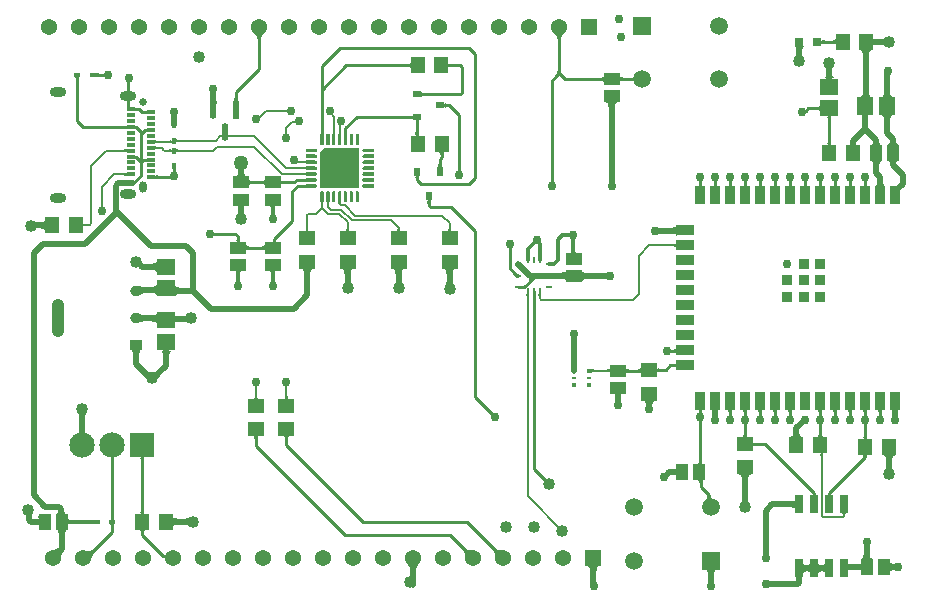
<source format=gtl>
G04*
G04 #@! TF.GenerationSoftware,Altium Limited,Altium Designer,24.7.2 (38)*
G04*
G04 Layer_Physical_Order=1*
G04 Layer_Color=255*
%FSLAX44Y44*%
%MOMM*%
G71*
G04*
G04 #@! TF.SameCoordinates,1D9A9799-C8E3-4473-89B4-75341A8A5718*
G04*
G04*
G04 #@! TF.FilePolarity,Positive*
G04*
G01*
G75*
%ADD15C,0.2540*%
%ADD17R,0.2500X0.5000*%
%ADD18R,0.5000X0.2500*%
%ADD19R,1.2000X1.4500*%
%ADD20R,0.4800X0.4000*%
%ADD21R,0.6000X0.8000*%
%ADD22R,0.8000X0.8000*%
%ADD23R,0.9000X1.5000*%
%ADD24R,1.5000X0.9000*%
%ADD25R,0.9000X0.9000*%
G04:AMPARAMS|DCode=27|XSize=1.55mm|YSize=0.6mm|CornerRadius=0.051mm|HoleSize=0mm|Usage=FLASHONLY|Rotation=270.000|XOffset=0mm|YOffset=0mm|HoleType=Round|Shape=RoundedRectangle|*
%AMROUNDEDRECTD27*
21,1,1.5500,0.4980,0,0,270.0*
21,1,1.4480,0.6000,0,0,270.0*
1,1,0.1020,-0.2490,-0.7240*
1,1,0.1020,-0.2490,0.7240*
1,1,0.1020,0.2490,0.7240*
1,1,0.1020,0.2490,-0.7240*
%
%ADD27ROUNDEDRECTD27*%
%ADD28C,0.2700*%
%ADD29R,1.3562X1.0546*%
%ADD30R,1.4546X1.5562*%
%ADD31R,0.4000X0.4000*%
%ADD32R,0.4000X0.2000*%
%ADD33R,1.0043X0.8721*%
G04:AMPARAMS|DCode=34|XSize=1.0043mm|YSize=0.8721mm|CornerRadius=0.4361mm|HoleSize=0mm|Usage=FLASHONLY|Rotation=180.000|XOffset=0mm|YOffset=0mm|HoleType=Round|Shape=RoundedRectangle|*
%AMROUNDEDRECTD34*
21,1,1.0043,0.0000,0,0,180.0*
21,1,0.1322,0.8721,0,0,180.0*
1,1,0.8721,-0.0661,0.0000*
1,1,0.8721,0.0661,0.0000*
1,1,0.8721,0.0661,0.0000*
1,1,0.8721,-0.0661,0.0000*
%
%ADD34ROUNDEDRECTD34*%
G04:AMPARAMS|DCode=35|XSize=1.0043mm|YSize=3.1821mm|CornerRadius=0.4369mm|HoleSize=0mm|Usage=FLASHONLY|Rotation=180.000|XOffset=0mm|YOffset=0mm|HoleType=Round|Shape=RoundedRectangle|*
%AMROUNDEDRECTD35*
21,1,1.0043,2.3084,0,0,180.0*
21,1,0.1306,3.1821,0,0,180.0*
1,1,0.8737,-0.0653,1.1542*
1,1,0.8737,0.0653,1.1542*
1,1,0.8737,0.0653,-1.1542*
1,1,0.8737,-0.0653,-1.1542*
%
%ADD35ROUNDEDRECTD35*%
%ADD36R,0.5780X1.5242*%
G04:AMPARAMS|DCode=37|XSize=1.5242mm|YSize=0.578mm|CornerRadius=0.289mm|HoleSize=0mm|Usage=FLASHONLY|Rotation=270.000|XOffset=0mm|YOffset=0mm|HoleType=Round|Shape=RoundedRectangle|*
%AMROUNDEDRECTD37*
21,1,1.5242,0.0000,0,0,270.0*
21,1,0.9463,0.5780,0,0,270.0*
1,1,0.5780,0.0000,-0.4731*
1,1,0.5780,0.0000,0.4731*
1,1,0.5780,0.0000,0.4731*
1,1,0.5780,0.0000,-0.4731*
%
%ADD37ROUNDEDRECTD37*%
%ADD38R,0.7000X0.3000*%
%ADD39R,1.1046X1.3562*%
%ADD40R,1.0546X1.3562*%
%ADD41R,1.5562X1.4546*%
%ADD42R,0.4000X0.4800*%
%ADD43R,1.4500X1.2000*%
%ADD44R,0.8000X0.6000*%
%ADD49R,0.5080X0.5080*%
%ADD51C,3.0150*%
%ADD57R,2.1500X2.1500*%
%ADD58C,2.1500*%
%ADD59C,0.6500*%
G04:AMPARAMS|DCode=60|XSize=0.95mm|YSize=0.65mm|CornerRadius=0.325mm|HoleSize=0mm|Usage=FLASHONLY|Rotation=270.000|XOffset=0mm|YOffset=0mm|HoleType=Round|Shape=RoundedRectangle|*
%AMROUNDEDRECTD60*
21,1,0.9500,0.0000,0,0,270.0*
21,1,0.3000,0.6500,0,0,270.0*
1,1,0.6500,0.0000,-0.1500*
1,1,0.6500,0.0000,0.1500*
1,1,0.6500,0.0000,0.1500*
1,1,0.6500,0.0000,-0.1500*
%
%ADD60ROUNDEDRECTD60*%
G04:AMPARAMS|DCode=61|XSize=0.8mm|YSize=1.4mm|CornerRadius=0.4mm|HoleSize=0mm|Usage=FLASHONLY|Rotation=270.000|XOffset=0mm|YOffset=0mm|HoleType=Round|Shape=RoundedRectangle|*
%AMROUNDEDRECTD61*
21,1,0.8000,0.6000,0,0,270.0*
21,1,0.0000,1.4000,0,0,270.0*
1,1,0.8000,-0.3000,0.0000*
1,1,0.8000,-0.3000,0.0000*
1,1,0.8000,0.3000,0.0000*
1,1,0.8000,0.3000,0.0000*
%
%ADD61ROUNDEDRECTD61*%
%ADD67C,0.2032*%
%ADD68C,0.5080*%
%ADD69C,0.3048*%
%ADD70C,0.1778*%
%ADD71C,1.5000*%
%ADD72R,1.5000X1.5000*%
%ADD73C,1.3700*%
%ADD74R,1.3700X1.3700*%
%ADD75C,0.7620*%
%ADD76C,1.0160*%
%ADD77C,1.2700*%
G36*
X460055Y474487D02*
X458927Y473181D01*
X458469Y472558D01*
X458081Y471953D01*
X457764Y471368D01*
X457517Y470802D01*
X457341Y470255D01*
X457235Y469727D01*
X457200Y469219D01*
X454660D01*
X454625Y469727D01*
X454519Y470255D01*
X454343Y470802D01*
X454096Y471368D01*
X453779Y471953D01*
X453391Y472558D01*
X452933Y473181D01*
X452404Y473825D01*
X451135Y475168D01*
X460725D01*
X460055Y474487D01*
D02*
G37*
G36*
X206055D02*
X204927Y473181D01*
X204469Y472558D01*
X204081Y471953D01*
X203764Y471368D01*
X203517Y470802D01*
X203341Y470255D01*
X203235Y469727D01*
X203200Y469219D01*
X200660D01*
X200625Y469727D01*
X200519Y470255D01*
X200343Y470802D01*
X200096Y471368D01*
X199779Y471953D01*
X199391Y472558D01*
X198933Y473181D01*
X198404Y473825D01*
X197135Y475168D01*
X206725D01*
X206055Y474487D01*
D02*
G37*
G36*
X690181Y464820D02*
X690155Y465061D01*
X690078Y465277D01*
X689950Y465468D01*
X689770Y465633D01*
X689538Y465773D01*
X689256Y465887D01*
X688921Y465976D01*
X688536Y466039D01*
X688099Y466077D01*
X687610Y466090D01*
Y468630D01*
X688099Y468643D01*
X688536Y468681D01*
X688921Y468744D01*
X689256Y468833D01*
X689538Y468947D01*
X689770Y469087D01*
X689950Y469252D01*
X690078Y469443D01*
X690155Y469659D01*
X690181Y469900D01*
Y464820D01*
D02*
G37*
G36*
X678335Y469659D02*
X678412Y469443D01*
X678540Y469252D01*
X678720Y469087D01*
X678952Y468947D01*
X679234Y468833D01*
X679569Y468744D01*
X679954Y468681D01*
X680391Y468643D01*
X680880Y468630D01*
Y466090D01*
X680391Y466077D01*
X679954Y466039D01*
X679569Y465976D01*
X679234Y465887D01*
X678952Y465773D01*
X678720Y465633D01*
X678540Y465468D01*
X678412Y465277D01*
X678335Y465061D01*
X678309Y464820D01*
Y469900D01*
X678335Y469659D01*
D02*
G37*
G36*
X663045Y463340D02*
X662782Y463187D01*
X662549Y462933D01*
X662348Y462578D01*
X662177Y462121D01*
X662038Y461562D01*
X661929Y460901D01*
X661852Y460139D01*
X661790Y458311D01*
X656710D01*
X656697Y459276D01*
X656500Y461562D01*
X656383Y462121D01*
X656239Y462578D01*
X656068Y462933D01*
X655872Y463187D01*
X655649Y463340D01*
X655400Y463391D01*
X663339D01*
X663045Y463340D01*
D02*
G37*
G36*
X720260Y460120D02*
X719828Y459967D01*
X719447Y459711D01*
X719117Y459353D01*
X718837Y458893D01*
X718609Y458331D01*
X718431Y457667D01*
X718304Y456900D01*
X718228Y456031D01*
X718202Y455061D01*
X713122D01*
X713097Y456031D01*
X713021Y456900D01*
X712894Y457667D01*
X712716Y458331D01*
X712487Y458893D01*
X712208Y459353D01*
X711878Y459711D01*
X711497Y459967D01*
X711065Y460120D01*
X710582Y460171D01*
X720742D01*
X720260Y460120D01*
D02*
G37*
G36*
X362337Y449546D02*
X362414Y449330D01*
X362541Y449140D01*
X362719Y448975D01*
X362947Y448835D01*
X363227Y448721D01*
X363557Y448632D01*
X363938Y448568D01*
X364370Y448530D01*
X364852Y448517D01*
Y445977D01*
X364370Y445965D01*
X363938Y445927D01*
X363557Y445863D01*
X363227Y445774D01*
X362947Y445660D01*
X362719Y445520D01*
X362541Y445355D01*
X362414Y445165D01*
X362337Y444949D01*
X362312Y444707D01*
Y449787D01*
X362337Y449546D01*
D02*
G37*
G36*
X330404Y444707D02*
X330378Y444949D01*
X330301Y445165D01*
X330172Y445355D01*
X329992Y445520D01*
X329761Y445660D01*
X329478Y445774D01*
X329144Y445863D01*
X328758Y445927D01*
X328321Y445965D01*
X327833Y445977D01*
Y448517D01*
X328321Y448530D01*
X328758Y448568D01*
X329144Y448632D01*
X329478Y448721D01*
X329761Y448835D01*
X329992Y448975D01*
X330172Y449140D01*
X330301Y449330D01*
X330378Y449546D01*
X330404Y449787D01*
Y444707D01*
D02*
G37*
G36*
X63605Y441257D02*
X63681Y441138D01*
X63808Y441033D01*
X63986Y440942D01*
X64215Y440865D01*
X64494Y440802D01*
X64824Y440753D01*
X65205Y440718D01*
X66119Y440690D01*
Y438150D01*
X65637Y438143D01*
X64824Y438087D01*
X64494Y438038D01*
X64215Y437975D01*
X63986Y437898D01*
X63808Y437807D01*
X63681Y437702D01*
X63605Y437583D01*
X63580Y437450D01*
Y441390D01*
X63605Y441257D01*
D02*
G37*
G36*
X457218Y443256D02*
X457272Y442770D01*
X457362Y442299D01*
X457487Y441843D01*
X457649Y441402D01*
X457847Y440976D01*
X458080Y440565D01*
X458349Y440168D01*
X458655Y439787D01*
X458996Y439420D01*
X457726Y437098D01*
X457367Y437421D01*
X457008Y437673D01*
X456648Y437852D01*
X456289Y437960D01*
X455930Y437996D01*
X455571Y437960D01*
X455212Y437852D01*
X454852Y437673D01*
X454493Y437421D01*
X454134Y437098D01*
X452864Y439420D01*
X453205Y439787D01*
X453511Y440168D01*
X453780Y440565D01*
X454013Y440976D01*
X454211Y441402D01*
X454373Y441843D01*
X454498Y442299D01*
X454588Y442770D01*
X454642Y443256D01*
X454660Y443756D01*
X457200D01*
X457218Y443256D01*
D02*
G37*
G36*
X687095Y440661D02*
X687172Y439793D01*
X687299Y439026D01*
X687476Y438362D01*
X687705Y437799D01*
X687984Y437340D01*
X688315Y436982D01*
X688696Y436726D01*
X689127Y436573D01*
X689610Y436522D01*
X679450D01*
X679933Y436573D01*
X680364Y436726D01*
X680745Y436982D01*
X681076Y437340D01*
X681355Y437799D01*
X681584Y438362D01*
X681761Y439026D01*
X681888Y439793D01*
X681965Y440661D01*
X681990Y441632D01*
X687070D01*
X687095Y440661D01*
D02*
G37*
G36*
X50171Y437425D02*
X49984Y437349D01*
X49819Y437222D01*
X49676Y437044D01*
X49555Y436815D01*
X49456Y436536D01*
X49379Y436206D01*
X49324Y435825D01*
X49291Y435393D01*
X49280Y434911D01*
X46740D01*
X46729Y435393D01*
X46696Y435825D01*
X46641Y436206D01*
X46564Y436536D01*
X46465Y436815D01*
X46344Y437044D01*
X46201Y437222D01*
X46036Y437349D01*
X45849Y437425D01*
X45641Y437450D01*
X50380D01*
X50171Y437425D01*
D02*
G37*
G36*
X507126Y438269D02*
X507203Y438053D01*
X507331Y437862D01*
X507511Y437697D01*
X507743Y437557D01*
X508025Y437443D01*
X508360Y437354D01*
X508745Y437291D01*
X509182Y437253D01*
X509670Y437240D01*
Y434700D01*
X509182Y434687D01*
X508745Y434649D01*
X508360Y434586D01*
X508025Y434497D01*
X507743Y434383D01*
X507511Y434243D01*
X507331Y434078D01*
X507203Y433887D01*
X507126Y433671D01*
X507100Y433430D01*
Y438510D01*
X507126Y438269D01*
D02*
G37*
G36*
X493629Y433070D02*
X493604Y433311D01*
X493528Y433527D01*
X493401Y433718D01*
X493223Y433883D01*
X492994Y434022D01*
X492715Y434137D01*
X492385Y434226D01*
X492004Y434289D01*
X491572Y434327D01*
X491090Y434340D01*
Y436880D01*
X491572Y436893D01*
X492004Y436931D01*
X492385Y436994D01*
X492715Y437083D01*
X492994Y437197D01*
X493223Y437337D01*
X493401Y437502D01*
X493528Y437693D01*
X493604Y437909D01*
X493629Y438150D01*
Y433070D01*
D02*
G37*
G36*
X736285Y424609D02*
X736362Y423741D01*
X736489Y422974D01*
X736666Y422310D01*
X736895Y421748D01*
X737174Y421288D01*
X737505Y420930D01*
X737886Y420675D01*
X738317Y420521D01*
X738800Y420470D01*
X728640D01*
X729123Y420521D01*
X729554Y420675D01*
X729935Y420930D01*
X730266Y421288D01*
X730545Y421748D01*
X730774Y422310D01*
X730951Y422974D01*
X731078Y423741D01*
X731155Y424609D01*
X731180Y425580D01*
X736260D01*
X736285Y424609D01*
D02*
G37*
G36*
X718228D02*
X718304Y423741D01*
X718431Y422974D01*
X718609Y422310D01*
X718837Y421748D01*
X719117Y421288D01*
X719447Y420930D01*
X719828Y420675D01*
X720260Y420521D01*
X720742Y420470D01*
X710582D01*
X711065Y420521D01*
X711497Y420675D01*
X711878Y420930D01*
X712208Y421288D01*
X712487Y421748D01*
X712716Y422310D01*
X712894Y422974D01*
X713021Y423741D01*
X713097Y424609D01*
X713122Y425580D01*
X718202D01*
X718228Y424609D01*
D02*
G37*
G36*
X339245Y425159D02*
X339322Y424943D01*
X339450Y424752D01*
X339630Y424587D01*
X339862Y424448D01*
X340144Y424333D01*
X340479Y424244D01*
X340864Y424181D01*
X341301Y424143D01*
X341790Y424130D01*
Y421590D01*
X341301Y421577D01*
X340864Y421539D01*
X340479Y421476D01*
X340144Y421387D01*
X339862Y421273D01*
X339630Y421133D01*
X339450Y420968D01*
X339322Y420777D01*
X339245Y420561D01*
X339219Y420320D01*
Y425400D01*
X339245Y425159D01*
D02*
G37*
G36*
X183503Y418744D02*
X183541Y418307D01*
X183604Y417922D01*
X183693Y417588D01*
X183808Y417305D01*
X183947Y417073D01*
X184112Y416893D01*
X184303Y416765D01*
X184519Y416688D01*
X184760Y416662D01*
X179680D01*
X179921Y416688D01*
X180137Y416765D01*
X180328Y416893D01*
X180493Y417073D01*
X180632Y417305D01*
X180747Y417588D01*
X180836Y417922D01*
X180899Y418307D01*
X180937Y418744D01*
X180950Y419233D01*
X183490D01*
X183503Y418744D01*
D02*
G37*
G36*
X166006Y414580D02*
X160434D01*
X160481Y414743D01*
X160523Y414996D01*
X160560Y415340D01*
X160641Y416907D01*
X160680Y420253D01*
X165760D01*
X166006Y414580D01*
D02*
G37*
G36*
X359445Y415659D02*
X359522Y415443D01*
X359650Y415252D01*
X359830Y415087D01*
X360062Y414948D01*
X360344Y414833D01*
X360679Y414744D01*
X361064Y414681D01*
X361501Y414643D01*
X361990Y414630D01*
Y412090D01*
X361501Y412077D01*
X361064Y412039D01*
X360679Y411976D01*
X360344Y411887D01*
X360062Y411772D01*
X359830Y411633D01*
X359650Y411468D01*
X359522Y411277D01*
X359445Y411061D01*
X359419Y410820D01*
Y415900D01*
X359445Y415659D01*
D02*
G37*
G36*
X504977Y415831D02*
X504546Y415678D01*
X504165Y415422D01*
X503834Y415065D01*
X503555Y414604D01*
X503326Y414042D01*
X503149Y413378D01*
X503022Y412611D01*
X502945Y411743D01*
X502920Y410772D01*
X497840D01*
X497815Y411743D01*
X497738Y412611D01*
X497611Y413378D01*
X497434Y414042D01*
X497205Y414604D01*
X496926Y415065D01*
X496595Y415422D01*
X496214Y415678D01*
X495783Y415831D01*
X495300Y415882D01*
X505460D01*
X504977Y415831D01*
D02*
G37*
G36*
X96745Y411432D02*
X96821Y411398D01*
X96948Y411368D01*
X97126Y411342D01*
X97634Y411302D01*
X99260Y411270D01*
Y408730D01*
X98777Y408728D01*
X96821Y408602D01*
X96745Y408568D01*
X96720Y408531D01*
Y411469D01*
X96745Y411432D01*
D02*
G37*
G36*
X676810Y408254D02*
X676784Y408495D01*
X676707Y408711D01*
X676579Y408902D01*
X676399Y409067D01*
X676167Y409207D01*
X675885Y409321D01*
X675550Y409410D01*
X675165Y409473D01*
X674728Y409511D01*
X674240Y409524D01*
Y412064D01*
X674728Y412077D01*
X675165Y412115D01*
X675550Y412178D01*
X675885Y412267D01*
X676167Y412382D01*
X676399Y412521D01*
X676579Y412686D01*
X676707Y412877D01*
X676784Y413093D01*
X676810Y413334D01*
Y408254D01*
D02*
G37*
G36*
X106781Y406031D02*
X106755Y406068D01*
X106679Y406102D01*
X106552Y406132D01*
X106374Y406158D01*
X105866Y406198D01*
X104241Y406230D01*
Y408770D01*
X104723Y408772D01*
X106679Y408898D01*
X106755Y408932D01*
X106781Y408969D01*
Y406031D01*
D02*
G37*
G36*
X686989Y403556D02*
X686773Y403479D01*
X686582Y403350D01*
X686417Y403171D01*
X686277Y402939D01*
X686163Y402657D01*
X686074Y402322D01*
X686011Y401937D01*
X685973Y401500D01*
X685960Y401011D01*
X683420D01*
X683407Y401500D01*
X683369Y401937D01*
X683306Y402322D01*
X683217Y402657D01*
X683102Y402939D01*
X682963Y403171D01*
X682798Y403350D01*
X682607Y403479D01*
X682391Y403556D01*
X682150Y403582D01*
X687230D01*
X686989Y403556D01*
D02*
G37*
G36*
X738317Y404949D02*
X737886Y404796D01*
X737505Y404542D01*
X737174Y404187D01*
X736895Y403730D01*
X736666Y403171D01*
X736489Y402510D01*
X736362Y401748D01*
X736285Y400885D01*
X736260Y399920D01*
X731180D01*
X731155Y400885D01*
X731078Y401748D01*
X730951Y402510D01*
X730774Y403171D01*
X730545Y403730D01*
X730266Y404187D01*
X729935Y404542D01*
X729554Y404796D01*
X729123Y404949D01*
X728640Y405000D01*
X738800D01*
X738317Y404949D01*
D02*
G37*
G36*
X336563Y390271D02*
X336601Y389834D01*
X336664Y389449D01*
X336753Y389114D01*
X336867Y388832D01*
X337007Y388600D01*
X337172Y388420D01*
X337363Y388292D01*
X337579Y388215D01*
X337820Y388189D01*
X332740D01*
X332981Y388215D01*
X333197Y388292D01*
X333388Y388420D01*
X333553Y388600D01*
X333693Y388832D01*
X333807Y389114D01*
X333896Y389449D01*
X333959Y389834D01*
X333997Y390271D01*
X334010Y390760D01*
X336550D01*
X336563Y390271D01*
D02*
G37*
G36*
X131530Y385239D02*
X131591Y385066D01*
X131692Y384914D01*
X131835Y384782D01*
X132017Y384670D01*
X132241Y384579D01*
X132505Y384507D01*
X132810Y384457D01*
X133155Y384426D01*
X133541Y384416D01*
Y382384D01*
X133155Y382374D01*
X132810Y382343D01*
X132505Y382293D01*
X132241Y382221D01*
X132017Y382130D01*
X131835Y382018D01*
X131692Y381886D01*
X131591Y381734D01*
X131530Y381561D01*
X131510Y381368D01*
Y385432D01*
X131530Y385239D01*
D02*
G37*
G36*
X127570Y381031D02*
X127550Y381117D01*
X127489Y381194D01*
X127388Y381262D01*
X127245Y381321D01*
X127063Y381371D01*
X126839Y381411D01*
X126575Y381443D01*
X125925Y381479D01*
X125539Y381484D01*
Y383516D01*
X125929Y383526D01*
X126278Y383557D01*
X126587Y383607D01*
X126854Y383679D01*
X127081Y383770D01*
X127267Y383882D01*
X127412Y384014D01*
X127516Y384166D01*
X127579Y384339D01*
X127601Y384532D01*
X127570Y381031D01*
D02*
G37*
G36*
X113740Y383883D02*
X113801Y383806D01*
X113902Y383738D01*
X114045Y383679D01*
X114228Y383629D01*
X114451Y383589D01*
X114715Y383557D01*
X115365Y383521D01*
X115751Y383516D01*
Y381484D01*
X115365Y381479D01*
X114451Y381411D01*
X114228Y381371D01*
X114045Y381321D01*
X113902Y381262D01*
X113801Y381194D01*
X113740Y381117D01*
X113720Y381031D01*
Y383969D01*
X113740Y383883D01*
D02*
G37*
G36*
X707232Y382846D02*
X707348Y380822D01*
X707384Y380681D01*
X707425Y380597D01*
X707470Y380569D01*
X701909D01*
X701955Y380597D01*
X701996Y380681D01*
X702032Y380822D01*
X702063Y381019D01*
X702090Y381272D01*
X702140Y382368D01*
X702150Y383380D01*
X707230D01*
X707232Y382846D01*
D02*
G37*
G36*
X685973Y382651D02*
X686011Y382214D01*
X686074Y381829D01*
X686163Y381494D01*
X686277Y381212D01*
X686417Y380980D01*
X686582Y380800D01*
X686773Y380672D01*
X686989Y380595D01*
X687230Y380569D01*
X682150D01*
X682391Y380595D01*
X682607Y380672D01*
X682798Y380800D01*
X682963Y380980D01*
X683102Y381212D01*
X683217Y381494D01*
X683306Y381829D01*
X683369Y382214D01*
X683407Y382651D01*
X683420Y383139D01*
X685960D01*
X685973Y382651D01*
D02*
G37*
G36*
X741141Y384095D02*
X741212Y383257D01*
X741330Y382517D01*
X741496Y381876D01*
X741708Y381333D01*
X741968Y380889D01*
X742275Y380544D01*
X742629Y380297D01*
X743031Y380149D01*
X743480Y380100D01*
X733676D01*
X734125Y380149D01*
X734526Y380297D01*
X734881Y380544D01*
X735188Y380889D01*
X735447Y381333D01*
X735660Y381876D01*
X735825Y382517D01*
X735943Y383257D01*
X736014Y384095D01*
X736038Y385032D01*
X741118D01*
X741141Y384095D01*
D02*
G37*
G36*
X727018Y383460D02*
X727144Y382132D01*
X727255Y381593D01*
X727396Y381137D01*
X727570Y380764D01*
X727775Y380473D01*
X728012Y380266D01*
X728280Y380141D01*
X728579Y380100D01*
X720345D01*
X720645Y380141D01*
X720913Y380266D01*
X721149Y380473D01*
X721354Y380764D01*
X721528Y381137D01*
X721670Y381593D01*
X721780Y382132D01*
X721859Y382755D01*
X721906Y383460D01*
X721922Y384248D01*
X727002D01*
X727018Y383460D01*
D02*
G37*
G36*
X286580Y381060D02*
Y380762D01*
X286352Y380210D01*
X285930Y379788D01*
X285378Y379560D01*
X284782D01*
X284230Y379788D01*
X283808Y380210D01*
X283580Y380762D01*
Y381060D01*
Y389060D01*
X286580D01*
Y381060D01*
D02*
G37*
G36*
X281580D02*
Y380762D01*
X281352Y380210D01*
X280930Y379788D01*
X280378Y379560D01*
X279782D01*
X279230Y379788D01*
X278808Y380210D01*
X278580Y380762D01*
Y381060D01*
Y389060D01*
X281580D01*
Y381060D01*
D02*
G37*
G36*
X276580D02*
Y380762D01*
X276352Y380210D01*
X275930Y379788D01*
X275378Y379560D01*
X274782D01*
X274230Y379788D01*
X273808Y380210D01*
X273580Y380762D01*
Y381060D01*
Y389060D01*
X276580D01*
X276580Y381060D01*
D02*
G37*
G36*
X271224Y389809D02*
X271190Y389060D01*
X271580D01*
Y381060D01*
Y380762D01*
X271352Y380210D01*
X270930Y379788D01*
X270378Y379560D01*
X269782D01*
X269230Y379788D01*
X268808Y380210D01*
X268580Y380762D01*
Y381060D01*
Y389060D01*
X269174D01*
X269192Y390109D01*
X271224Y389809D01*
D02*
G37*
G36*
X266580Y381060D02*
Y380762D01*
X266352Y380210D01*
X265930Y379788D01*
X265378Y379560D01*
X264782D01*
X264230Y379788D01*
X263808Y380210D01*
X263580Y380762D01*
Y381060D01*
X263580D01*
Y389060D01*
X266580D01*
Y381060D01*
D02*
G37*
G36*
X261580D02*
Y380762D01*
X261352Y380210D01*
X260930Y379788D01*
X260378Y379560D01*
X259782D01*
X259230Y379788D01*
X258808Y380210D01*
X258580Y380762D01*
Y381060D01*
Y389060D01*
X261580D01*
Y381060D01*
D02*
G37*
G36*
X256580D02*
Y380762D01*
X256352Y380210D01*
X255930Y379788D01*
X255378Y379560D01*
X254782D01*
X254230Y379788D01*
X253808Y380210D01*
X253580Y380762D01*
Y381060D01*
Y389060D01*
X256580D01*
Y381060D01*
D02*
G37*
G36*
X113740Y378883D02*
X113801Y378806D01*
X113902Y378738D01*
X114045Y378679D01*
X114228Y378629D01*
X114451Y378589D01*
X114715Y378557D01*
X115365Y378521D01*
X115751Y378516D01*
Y376484D01*
X115365Y376479D01*
X114451Y376411D01*
X114228Y376371D01*
X114045Y376321D01*
X113902Y376262D01*
X113801Y376194D01*
X113740Y376117D01*
X113720Y376031D01*
Y378969D01*
X113740Y378883D01*
D02*
G37*
G36*
X298830Y373810D02*
X290532D01*
X289980Y374038D01*
X289558Y374460D01*
X289330Y375012D01*
Y375310D01*
Y375608D01*
X289558Y376160D01*
X289980Y376582D01*
X290532Y376810D01*
X298830D01*
Y373810D01*
D02*
G37*
G36*
X250180Y376582D02*
X250602Y376160D01*
X250830Y375608D01*
Y375310D01*
Y375012D01*
X250602Y374460D01*
X250180Y374038D01*
X249628Y373810D01*
X241330D01*
Y376810D01*
X249628D01*
X250180Y376582D01*
D02*
G37*
G36*
X89781Y373531D02*
X89760Y373617D01*
X89699Y373694D01*
X89598Y373762D01*
X89455Y373821D01*
X89272Y373871D01*
X89049Y373911D01*
X88785Y373943D01*
X88135Y373979D01*
X87748Y373984D01*
Y376016D01*
X88135Y376021D01*
X89049Y376089D01*
X89272Y376129D01*
X89455Y376179D01*
X89598Y376238D01*
X89699Y376306D01*
X89760Y376383D01*
X89781Y376469D01*
Y373531D01*
D02*
G37*
G36*
X131500Y376839D02*
X131561Y376666D01*
X131665Y376514D01*
X131809Y376382D01*
X131995Y376270D01*
X132221Y376179D01*
X132490Y376107D01*
X132799Y376057D01*
X133150Y376026D01*
X133541Y376016D01*
Y373984D01*
X133150Y373974D01*
X132799Y373943D01*
X132490Y373893D01*
X132221Y373821D01*
X131995Y373730D01*
X131809Y373618D01*
X131665Y373486D01*
X131561Y373334D01*
X131500Y373161D01*
X131479Y372968D01*
Y377032D01*
X131500Y376839D01*
D02*
G37*
G36*
X127570Y372968D02*
X127550Y373161D01*
X127489Y373334D01*
X127388Y373486D01*
X127245Y373618D01*
X127063Y373730D01*
X126839Y373821D01*
X126575Y373893D01*
X126270Y373943D01*
X125925Y373974D01*
X125539Y373984D01*
Y376016D01*
X125925Y376026D01*
X126270Y376057D01*
X126575Y376107D01*
X126839Y376179D01*
X127063Y376270D01*
X127245Y376382D01*
X127388Y376514D01*
X127489Y376666D01*
X127550Y376839D01*
X127570Y377032D01*
Y372968D01*
D02*
G37*
G36*
X358849Y373785D02*
X358633Y373708D01*
X358442Y373580D01*
X358277Y373400D01*
X358138Y373168D01*
X358023Y372886D01*
X357934Y372551D01*
X357871Y372166D01*
X357833Y371729D01*
X357820Y371241D01*
X355280D01*
X355267Y371729D01*
X355229Y372166D01*
X355166Y372551D01*
X355077Y372886D01*
X354963Y373168D01*
X354823Y373400D01*
X354658Y373580D01*
X354467Y373708D01*
X354251Y373785D01*
X354010Y373811D01*
X359090D01*
X358849Y373785D01*
D02*
G37*
G36*
X298830Y368810D02*
X290532D01*
X289980Y369038D01*
X289558Y369460D01*
X289330Y370012D01*
Y370310D01*
Y370608D01*
X289558Y371160D01*
X289980Y371582D01*
X290532Y371810D01*
X298830D01*
Y368810D01*
D02*
G37*
G36*
X250180Y371582D02*
X250602Y371160D01*
X250830Y370608D01*
Y370310D01*
Y370012D01*
X250602Y369460D01*
X250180Y369038D01*
X249628Y368810D01*
X241330D01*
Y371810D01*
X249628D01*
X250180Y371582D01*
D02*
G37*
G36*
X298830Y363810D02*
X290532D01*
X289980Y364038D01*
X289558Y364460D01*
X289330Y365012D01*
Y365310D01*
Y365608D01*
X289558Y366160D01*
X289980Y366582D01*
X290532Y366810D01*
X290830D01*
Y366810D01*
X298830D01*
Y363810D01*
D02*
G37*
G36*
X249330Y366810D02*
X249628D01*
X250180Y366582D01*
X250602Y366160D01*
X250830Y365608D01*
Y365310D01*
Y365012D01*
X250602Y364460D01*
X250180Y364038D01*
X249628Y363810D01*
X241330D01*
Y366810D01*
X249330Y366810D01*
D02*
G37*
G36*
X742395Y366588D02*
X742127Y366465D01*
X741891Y366259D01*
X741686Y365971D01*
X741512Y365600D01*
X741370Y365147D01*
X741260Y364612D01*
X741181Y363994D01*
X741134Y363294D01*
X741118Y362512D01*
X736038D01*
X736022Y363294D01*
X735896Y364612D01*
X735785Y365147D01*
X735643Y365600D01*
X735470Y365971D01*
X735265Y366259D01*
X735028Y366465D01*
X734760Y366588D01*
X734461Y366629D01*
X742695D01*
X742395Y366588D01*
D02*
G37*
G36*
X729060Y366579D02*
X728628Y366426D01*
X728247Y366172D01*
X727917Y365817D01*
X727637Y365359D01*
X727409Y364801D01*
X727231Y364140D01*
X727104Y363378D01*
X727028Y362515D01*
X727002Y361549D01*
X721922D01*
X721897Y362515D01*
X721821Y363378D01*
X721694Y364140D01*
X721516Y364801D01*
X721287Y365359D01*
X721008Y365817D01*
X720678Y366172D01*
X720297Y366426D01*
X719865Y366579D01*
X719382Y366629D01*
X729542D01*
X729060Y366579D01*
D02*
G37*
G36*
X356223Y362831D02*
X356261Y362394D01*
X356324Y362009D01*
X356413Y361674D01*
X356527Y361392D01*
X356667Y361160D01*
X356832Y360980D01*
X357023Y360852D01*
X357239Y360775D01*
X357480Y360749D01*
X352400D01*
X352641Y360775D01*
X352857Y360852D01*
X353048Y360980D01*
X353213Y361160D01*
X353353Y361392D01*
X353467Y361674D01*
X353556Y362009D01*
X353619Y362394D01*
X353657Y362831D01*
X353670Y363320D01*
X356210D01*
X356223Y362831D01*
D02*
G37*
G36*
X298830Y358810D02*
X290532D01*
X289980Y359038D01*
X289558Y359460D01*
X289330Y360012D01*
Y360310D01*
Y360608D01*
X289558Y361160D01*
X289980Y361582D01*
X290532Y361810D01*
X298830D01*
Y358810D01*
D02*
G37*
G36*
X250180Y361582D02*
X250602Y361160D01*
X250830Y360608D01*
Y360310D01*
Y360012D01*
X250602Y359460D01*
X250180Y359038D01*
X249628Y358810D01*
X241330D01*
Y359210D01*
X240116Y359145D01*
X239763Y361177D01*
X240148Y361178D01*
X241330Y361244D01*
Y361810D01*
X249628D01*
X250180Y361582D01*
D02*
G37*
G36*
X298830Y353810D02*
X290830Y353810D01*
X290532D01*
X289980Y354038D01*
X289558Y354460D01*
X289330Y355012D01*
Y355310D01*
Y355608D01*
X289558Y356160D01*
X289980Y356582D01*
X290532Y356810D01*
X298830D01*
Y353810D01*
D02*
G37*
G36*
X250180Y356582D02*
X250602Y356160D01*
X250830Y355608D01*
Y355310D01*
Y355012D01*
X250602Y354460D01*
X250180Y354038D01*
X249628Y353810D01*
X249330D01*
Y353810D01*
X241330D01*
Y356810D01*
X249628D01*
X250180Y356582D01*
D02*
G37*
G36*
X89781Y353531D02*
X89760Y353617D01*
X89699Y353694D01*
X89598Y353762D01*
X89455Y353821D01*
X89272Y353871D01*
X89049Y353911D01*
X88785Y353943D01*
X88135Y353979D01*
X87748Y353984D01*
Y356016D01*
X88135Y356021D01*
X89049Y356089D01*
X89272Y356129D01*
X89455Y356179D01*
X89598Y356238D01*
X89699Y356306D01*
X89760Y356383D01*
X89781Y356469D01*
Y353531D01*
D02*
G37*
G36*
X189255Y357439D02*
X189332Y356571D01*
X189459Y355804D01*
X189636Y355140D01*
X189865Y354578D01*
X190144Y354118D01*
X190475Y353760D01*
X190856Y353504D01*
X191287Y353351D01*
X191770Y353300D01*
X181610D01*
X182093Y353351D01*
X182524Y353504D01*
X182905Y353760D01*
X183236Y354118D01*
X183515Y354578D01*
X183744Y355140D01*
X183921Y355804D01*
X184048Y356571D01*
X184125Y357439D01*
X184150Y358410D01*
X189230D01*
X189255Y357439D01*
D02*
G37*
G36*
X116259Y351460D02*
X115777Y351456D01*
X114354Y351353D01*
X114126Y351305D01*
X113948Y351250D01*
X113821Y351185D01*
X113745Y351112D01*
X113720Y351031D01*
Y353969D01*
X113745Y353975D01*
X113821Y353980D01*
X114964Y353997D01*
X116259Y354000D01*
Y351460D01*
D02*
G37*
G36*
X338239Y352845D02*
X338023Y352768D01*
X337832Y352640D01*
X337667Y352460D01*
X337528Y352228D01*
X337413Y351946D01*
X337324Y351611D01*
X337261Y351226D01*
X337223Y350789D01*
X337210Y350300D01*
X334670D01*
X334657Y350789D01*
X334619Y351226D01*
X334556Y351611D01*
X334467Y351946D01*
X334352Y352228D01*
X334213Y352460D01*
X334048Y352640D01*
X333857Y352768D01*
X333641Y352845D01*
X333400Y352871D01*
X338480D01*
X338239Y352845D01*
D02*
G37*
G36*
X193436Y350387D02*
X193513Y350171D01*
X193641Y349980D01*
X193821Y349815D01*
X194053Y349675D01*
X194335Y349561D01*
X194670Y349472D01*
X195055Y349409D01*
X195492Y349370D01*
X195980Y349358D01*
Y346818D01*
X195492Y346805D01*
X195055Y346767D01*
X194670Y346703D01*
X194335Y346615D01*
X194053Y346500D01*
X193821Y346361D01*
X193641Y346195D01*
X193513Y346005D01*
X193436Y345789D01*
X193410Y345548D01*
Y346815D01*
X193023Y346813D01*
X189200Y346559D01*
X188873Y346480D01*
X188635Y346391D01*
X188485Y346291D01*
Y349885D01*
X188635Y349785D01*
X188873Y349695D01*
X189200Y349616D01*
X189616Y349548D01*
X190713Y349442D01*
X193023Y349363D01*
X193410Y349361D01*
Y350628D01*
X193436Y350387D01*
D02*
G37*
G36*
X298830Y348810D02*
X290532D01*
X289980Y349038D01*
X289558Y349460D01*
X289330Y350012D01*
Y350310D01*
Y350608D01*
X289558Y351160D01*
X289980Y351582D01*
X290532Y351810D01*
X298830D01*
Y348810D01*
D02*
G37*
G36*
X250180Y351582D02*
X250602Y351160D01*
X250830Y350608D01*
Y350310D01*
Y350012D01*
X250602Y349460D01*
X250180Y349038D01*
X249628Y348810D01*
X241330D01*
Y351810D01*
X249628D01*
X250180Y351582D01*
D02*
G37*
G36*
X220106Y350387D02*
X220183Y350171D01*
X220311Y349980D01*
X220491Y349815D01*
X220723Y349675D01*
X221005Y349561D01*
X221340Y349472D01*
X221725Y349409D01*
X222162Y349370D01*
X222651Y349358D01*
Y346818D01*
X222162Y346805D01*
X221725Y346767D01*
X221340Y346703D01*
X221005Y346615D01*
X220723Y346500D01*
X220491Y346361D01*
X220311Y346195D01*
X220183Y346005D01*
X220106Y345789D01*
X220080Y345548D01*
Y350628D01*
X220106Y350387D01*
D02*
G37*
G36*
X206609Y345548D02*
X206584Y345789D01*
X206508Y346005D01*
X206381Y346195D01*
X206203Y346361D01*
X205975Y346500D01*
X205695Y346615D01*
X205365Y346703D01*
X204984Y346767D01*
X204552Y346805D01*
X204069Y346818D01*
Y349358D01*
X204552Y349370D01*
X204984Y349409D01*
X205365Y349472D01*
X205695Y349561D01*
X205975Y349675D01*
X206203Y349815D01*
X206381Y349980D01*
X206508Y350171D01*
X206584Y350387D01*
X206609Y350628D01*
Y345548D01*
D02*
G37*
G36*
X730269Y349404D02*
X730424Y347779D01*
X730559Y347118D01*
X730732Y346559D01*
X730945Y346102D01*
X731196Y345747D01*
X731485Y345493D01*
X731813Y345340D01*
X732179Y345289D01*
X723241D01*
X723607Y345340D01*
X723935Y345493D01*
X724224Y345747D01*
X724475Y346102D01*
X724688Y346559D01*
X724861Y347118D01*
X724996Y347779D01*
X725093Y348541D01*
X725151Y349404D01*
X725170Y350369D01*
X730250D01*
X730269Y349404D01*
D02*
G37*
G36*
X298830Y343810D02*
X290532D01*
X289980Y344038D01*
X289558Y344460D01*
X289330Y345012D01*
Y345310D01*
Y345608D01*
X289558Y346160D01*
X289980Y346582D01*
X290532Y346810D01*
X298830D01*
Y343810D01*
D02*
G37*
G36*
X250180Y346582D02*
X250602Y346160D01*
X250830Y345608D01*
Y345310D01*
Y345012D01*
X250602Y344460D01*
X250180Y344038D01*
X249628Y343810D01*
X241330D01*
Y346810D01*
X249628D01*
X250180Y346582D01*
D02*
G37*
G36*
X286830Y343560D02*
X253330D01*
Y373560D01*
X256830Y377060D01*
X286830D01*
Y343560D01*
D02*
G37*
G36*
X748472Y345289D02*
X744849Y341529D01*
X741118Y345259D01*
X741169Y345283D01*
X741291Y345382D01*
X741753Y345805D01*
X744880Y348882D01*
X748472Y345289D01*
D02*
G37*
G36*
X285930Y340832D02*
X286352Y340410D01*
X286580Y339858D01*
Y339560D01*
Y331560D01*
X283580D01*
Y339560D01*
Y339858D01*
X283808Y340410D01*
X284230Y340832D01*
X284782Y341060D01*
X285378D01*
X285930Y340832D01*
D02*
G37*
G36*
X280930D02*
X281352Y340410D01*
X281580Y339858D01*
Y339560D01*
Y331560D01*
X278580D01*
Y339560D01*
Y339858D01*
X278808Y340410D01*
X279230Y340832D01*
X279782Y341060D01*
X280378D01*
X280930Y340832D01*
D02*
G37*
G36*
X275930D02*
X276352Y340410D01*
X276580Y339858D01*
Y339560D01*
X276580D01*
Y331560D01*
X273580D01*
Y339560D01*
Y339858D01*
X273808Y340410D01*
X274230Y340832D01*
X274782Y341060D01*
X275378D01*
X275930Y340832D01*
D02*
G37*
G36*
X265930D02*
X266352Y340410D01*
X266580Y339858D01*
Y339560D01*
Y331560D01*
X263580D01*
X263580Y339560D01*
Y339858D01*
X263808Y340410D01*
X264230Y340832D01*
X264782Y341060D01*
X265378D01*
X265930Y340832D01*
D02*
G37*
G36*
X260930D02*
X261352Y340410D01*
X261580Y339858D01*
Y339560D01*
Y331560D01*
X258580D01*
Y339560D01*
Y339858D01*
X258808Y340410D01*
X259230Y340832D01*
X259782Y341060D01*
X260378D01*
X260930Y340832D01*
D02*
G37*
G36*
X255930D02*
X256352Y340410D01*
X256580Y339858D01*
Y339560D01*
Y331560D01*
X253580D01*
Y339560D01*
Y339858D01*
X253808Y340410D01*
X254230Y340832D01*
X254782Y341060D01*
X255378D01*
X255930Y340832D01*
D02*
G37*
G36*
X270930D02*
X271352Y340410D01*
X271580Y339858D01*
Y339560D01*
Y331560D01*
X271106D01*
X271096Y330525D01*
X271096Y330139D01*
X269064D01*
X269047Y331560D01*
X268580D01*
Y339560D01*
Y339858D01*
X268808Y340410D01*
X269230Y340832D01*
X269782Y341060D01*
X270378D01*
X270930Y340832D01*
D02*
G37*
G36*
X347849Y332645D02*
X347633Y332568D01*
X347442Y332440D01*
X347277Y332260D01*
X347137Y332028D01*
X347023Y331746D01*
X346934Y331411D01*
X346871Y331026D01*
X346833Y330589D01*
X346820Y330101D01*
X344280D01*
X344267Y330589D01*
X344229Y331026D01*
X344166Y331411D01*
X344077Y331746D01*
X343963Y332028D01*
X343823Y332260D01*
X343658Y332440D01*
X343467Y332568D01*
X343251Y332645D01*
X343010Y332671D01*
X348090D01*
X347849Y332645D01*
D02*
G37*
G36*
X216118Y328329D02*
X215859Y328237D01*
X215631Y328083D01*
X215433Y327867D01*
X215265Y327590D01*
X215128Y327252D01*
X215021Y326852D01*
X214945Y326390D01*
X214899Y325866D01*
X214884Y325281D01*
X211836D01*
X211821Y325866D01*
X211775Y326390D01*
X211699Y326852D01*
X211592Y327252D01*
X211455Y327590D01*
X211287Y327867D01*
X211089Y328083D01*
X210861Y328237D01*
X210602Y328329D01*
X210312Y328360D01*
X216408D01*
X216118Y328329D01*
D02*
G37*
G36*
X364246Y308445D02*
X364277Y308100D01*
X364327Y307795D01*
X364399Y307531D01*
X364490Y307307D01*
X364602Y307125D01*
X364734Y306982D01*
X364886Y306881D01*
X365059Y306820D01*
X365252Y306800D01*
X361188D01*
X361381Y306820D01*
X361554Y306881D01*
X361706Y306982D01*
X361838Y307125D01*
X361950Y307307D01*
X362041Y307531D01*
X362113Y307795D01*
X362163Y308100D01*
X362194Y308445D01*
X362204Y308832D01*
X364236D01*
X364246Y308445D01*
D02*
G37*
G36*
X277886D02*
X277917Y308100D01*
X277967Y307795D01*
X278039Y307531D01*
X278130Y307307D01*
X278242Y307125D01*
X278374Y306982D01*
X278526Y306881D01*
X278699Y306820D01*
X278892Y306800D01*
X274828D01*
X275021Y306820D01*
X275194Y306881D01*
X275346Y306982D01*
X275478Y307125D01*
X275590Y307307D01*
X275681Y307531D01*
X275753Y307795D01*
X275803Y308100D01*
X275834Y308445D01*
X275844Y308832D01*
X277876D01*
X277886Y308445D01*
D02*
G37*
G36*
X321066Y308440D02*
X321097Y308089D01*
X321147Y307780D01*
X321219Y307512D01*
X321310Y307285D01*
X321422Y307099D01*
X321554Y306955D01*
X321706Y306852D01*
X321879Y306790D01*
X322072Y306769D01*
X318008D01*
X318201Y306790D01*
X318374Y306852D01*
X318526Y306955D01*
X318658Y307099D01*
X318770Y307285D01*
X318861Y307512D01*
X318933Y307780D01*
X318983Y308089D01*
X319014Y308440D01*
X319024Y308832D01*
X321056D01*
X321066Y308440D01*
D02*
G37*
G36*
X243596D02*
X243627Y308089D01*
X243677Y307780D01*
X243749Y307512D01*
X243840Y307285D01*
X243952Y307099D01*
X244084Y306955D01*
X244236Y306852D01*
X244409Y306790D01*
X244602Y306769D01*
X240538D01*
X240731Y306790D01*
X240904Y306852D01*
X241056Y306955D01*
X241188Y307099D01*
X241300Y307285D01*
X241391Y307512D01*
X241463Y307780D01*
X241513Y308089D01*
X241544Y308440D01*
X241554Y308832D01*
X243586D01*
X243596Y308440D01*
D02*
G37*
G36*
X20891Y306705D02*
X20840Y307188D01*
X20687Y307619D01*
X20431Y308000D01*
X20073Y308331D01*
X19613Y308610D01*
X19051Y308839D01*
X18387Y309016D01*
X17620Y309143D01*
X16752Y309220D01*
X15781Y309245D01*
Y314325D01*
X16752Y314350D01*
X17620Y314427D01*
X18387Y314554D01*
X19051Y314731D01*
X19613Y314960D01*
X20073Y315239D01*
X20431Y315570D01*
X20687Y315951D01*
X20840Y316382D01*
X20891Y316865D01*
Y306705D01*
D02*
G37*
G36*
X555340Y302950D02*
X555290Y303309D01*
X555137Y303631D01*
X554883Y303914D01*
X554528Y304160D01*
X554071Y304368D01*
X553512Y304538D01*
X552851Y304670D01*
X552089Y304764D01*
X551226Y304821D01*
X550261Y304840D01*
Y309920D01*
X551226Y309940D01*
X552851Y310097D01*
X553512Y310235D01*
X554071Y310412D01*
X554528Y310629D01*
X554883Y310885D01*
X555137Y311180D01*
X555290Y311515D01*
X555340Y311889D01*
Y302950D01*
D02*
G37*
G36*
X216068Y299568D02*
X216123Y298819D01*
X216156Y298636D01*
X216196Y298486D01*
X216243Y298370D01*
X216298Y298287D01*
X216360Y298237D01*
X216429Y298220D01*
X213160D01*
X213230Y298237D01*
X213292Y298287D01*
X213346Y298370D01*
X213394Y298486D01*
X213434Y298636D01*
X213466Y298819D01*
X213492Y299036D01*
X213521Y299568D01*
X213525Y299885D01*
X216065D01*
X216068Y299568D01*
D02*
G37*
G36*
X185433Y300302D02*
X185471Y299865D01*
X185534Y299480D01*
X185623Y299145D01*
X185737Y298863D01*
X185877Y298631D01*
X186042Y298451D01*
X186233Y298323D01*
X186449Y298246D01*
X186690Y298220D01*
X181610D01*
X181851Y298246D01*
X182067Y298323D01*
X182258Y298451D01*
X182423Y298631D01*
X182563Y298863D01*
X182677Y299145D01*
X182766Y299480D01*
X182829Y299865D01*
X182867Y300302D01*
X182880Y300791D01*
X185420D01*
X185433Y300302D01*
D02*
G37*
G36*
X555340Y292688D02*
X555320Y292881D01*
X555259Y293054D01*
X555158Y293206D01*
X555015Y293338D01*
X554832Y293450D01*
X554609Y293541D01*
X554345Y293612D01*
X554040Y293663D01*
X553695Y293694D01*
X553308Y293704D01*
Y295736D01*
X553695Y295746D01*
X554040Y295777D01*
X554345Y295827D01*
X554609Y295898D01*
X554832Y295990D01*
X555015Y296102D01*
X555158Y296234D01*
X555259Y296386D01*
X555320Y296559D01*
X555340Y296752D01*
Y292688D01*
D02*
G37*
G36*
X206609Y290468D02*
X206584Y290709D01*
X206508Y290925D01*
X206381Y291115D01*
X206203Y291281D01*
X205975Y291420D01*
X205695Y291535D01*
X205365Y291623D01*
X204984Y291687D01*
X204552Y291725D01*
X204069Y291738D01*
Y294278D01*
X204552Y294291D01*
X204984Y294329D01*
X205365Y294392D01*
X205695Y294481D01*
X205975Y294595D01*
X206203Y294735D01*
X206381Y294900D01*
X206508Y295091D01*
X206584Y295306D01*
X206609Y295548D01*
Y290468D01*
D02*
G37*
G36*
X190896Y295306D02*
X190973Y295091D01*
X191101Y294900D01*
X191281Y294735D01*
X191513Y294595D01*
X191795Y294481D01*
X192130Y294392D01*
X192515Y294329D01*
X192952Y294291D01*
X193440Y294278D01*
Y291738D01*
X192952Y291725D01*
X192515Y291687D01*
X192130Y291623D01*
X191795Y291535D01*
X191513Y291420D01*
X191281Y291281D01*
X191101Y291115D01*
X190973Y290925D01*
X190896Y290709D01*
X190870Y290468D01*
Y295548D01*
X190896Y295306D01*
D02*
G37*
G36*
X469624Y290916D02*
X469669Y290392D01*
X469745Y289931D01*
X469852Y289531D01*
X469989Y289192D01*
X470157Y288915D01*
X470355Y288699D01*
X470584Y288545D01*
X470843Y288453D01*
X471132Y288422D01*
X465036D01*
X465326Y288453D01*
X465585Y288545D01*
X465814Y288699D01*
X466012Y288915D01*
X466179Y289192D01*
X466316Y289531D01*
X466423Y289931D01*
X466499Y290392D01*
X466545Y290916D01*
X466560Y291501D01*
X469608D01*
X469624Y290916D01*
D02*
G37*
G36*
X423828Y280423D02*
X423922Y280312D01*
X424659Y279537D01*
X427402Y276770D01*
X424356Y272632D01*
X418871Y278020D01*
X423810Y280459D01*
X423828Y280423D01*
D02*
G37*
G36*
X115470Y271780D02*
X115419Y272263D01*
X115266Y272694D01*
X115010Y273075D01*
X114652Y273406D01*
X114192Y273685D01*
X113630Y273914D01*
X112966Y274091D01*
X112199Y274218D01*
X111330Y274295D01*
X110359Y274320D01*
Y279400D01*
X111330Y279425D01*
X112199Y279502D01*
X112966Y279629D01*
X113630Y279806D01*
X114192Y280035D01*
X114652Y280314D01*
X115010Y280645D01*
X115266Y281026D01*
X115419Y281457D01*
X115470Y281940D01*
Y271780D01*
D02*
G37*
G36*
X216118Y273249D02*
X215859Y273157D01*
X215631Y273003D01*
X215433Y272787D01*
X215265Y272510D01*
X215128Y272172D01*
X215021Y271772D01*
X214945Y271310D01*
X214899Y270786D01*
X214884Y270201D01*
X211836D01*
X211821Y270786D01*
X211775Y271310D01*
X211699Y271772D01*
X211592Y272172D01*
X211455Y272510D01*
X211287Y272787D01*
X211089Y273003D01*
X210861Y273157D01*
X210602Y273249D01*
X210312Y273280D01*
X216408D01*
X216118Y273249D01*
D02*
G37*
G36*
X186908D02*
X186649Y273157D01*
X186421Y273003D01*
X186223Y272787D01*
X186055Y272510D01*
X185918Y272172D01*
X185811Y271772D01*
X185735Y271310D01*
X185689Y270786D01*
X185674Y270201D01*
X182626D01*
X182611Y270786D01*
X182565Y271310D01*
X182489Y271772D01*
X182382Y272172D01*
X182245Y272510D01*
X182077Y272787D01*
X181879Y273003D01*
X181651Y273157D01*
X181392Y273249D01*
X181102Y273280D01*
X187198D01*
X186908Y273249D01*
D02*
G37*
G36*
X367817Y274840D02*
X367386Y274687D01*
X367005Y274431D01*
X366674Y274073D01*
X366395Y273613D01*
X366166Y273051D01*
X365989Y272387D01*
X365862Y271620D01*
X365785Y270751D01*
X365760Y269781D01*
X360680D01*
X360655Y270751D01*
X360578Y271620D01*
X360451Y272387D01*
X360274Y273051D01*
X360045Y273613D01*
X359766Y274073D01*
X359435Y274431D01*
X359054Y274687D01*
X358623Y274840D01*
X358140Y274891D01*
X368300D01*
X367817Y274840D01*
D02*
G37*
G36*
X324637Y274810D02*
X324206Y274657D01*
X323825Y274403D01*
X323494Y274048D01*
X323215Y273591D01*
X322986Y273032D01*
X322809Y272371D01*
X322682Y271609D01*
X322605Y270746D01*
X322580Y269781D01*
X317500D01*
X317475Y270746D01*
X317398Y271609D01*
X317271Y272371D01*
X317094Y273032D01*
X316865Y273591D01*
X316586Y274048D01*
X316255Y274403D01*
X315874Y274657D01*
X315443Y274810D01*
X314960Y274860D01*
X325120D01*
X324637Y274810D01*
D02*
G37*
G36*
X281457Y274840D02*
X281026Y274687D01*
X280645Y274431D01*
X280314Y274073D01*
X280035Y273613D01*
X279806Y273051D01*
X279629Y272387D01*
X279502Y271620D01*
X279425Y270751D01*
X279400Y269781D01*
X274320D01*
X274295Y270751D01*
X274218Y271620D01*
X274091Y272387D01*
X273914Y273051D01*
X273685Y273613D01*
X273406Y274073D01*
X273075Y274431D01*
X272694Y274687D01*
X272263Y274840D01*
X271780Y274891D01*
X281940D01*
X281457Y274840D01*
D02*
G37*
G36*
X247167Y274810D02*
X246736Y274657D01*
X246355Y274403D01*
X246024Y274048D01*
X245745Y273591D01*
X245516Y273032D01*
X245339Y272371D01*
X245212Y271609D01*
X245135Y270746D01*
X245110Y269781D01*
X240030D01*
X240005Y270746D01*
X239928Y271609D01*
X239801Y272371D01*
X239624Y273032D01*
X239395Y273591D01*
X239116Y274048D01*
X238785Y274403D01*
X238404Y274657D01*
X237973Y274810D01*
X237490Y274860D01*
X247650D01*
X247167Y274810D01*
D02*
G37*
G36*
X419400Y271784D02*
X420291Y271036D01*
X420694Y270760D01*
X421067Y270548D01*
X421412Y270401D01*
X421728Y270318D01*
X422015Y270301D01*
X422273Y270348D01*
X422503Y270459D01*
X418871Y268020D01*
X418853Y268168D01*
X418799Y268338D01*
X418709Y268531D01*
X418583Y268745D01*
X418422Y268982D01*
X418224Y269241D01*
X417721Y269826D01*
X417074Y270499D01*
X418910Y272256D01*
X419400Y271784D01*
D02*
G37*
G36*
X461910Y264160D02*
X461857Y264643D01*
X461703Y265074D01*
X461447Y265455D01*
X461088Y265786D01*
X460628Y266065D01*
X460066Y266294D01*
X459403Y266471D01*
X458637Y266598D01*
X457769Y266675D01*
X456800Y266700D01*
Y271780D01*
X457765Y271802D01*
X458628Y271866D01*
X459390Y271974D01*
X460051Y272125D01*
X460610Y272319D01*
X461067Y272556D01*
X461422Y272837D01*
X461676Y273160D01*
X461829Y273527D01*
X461880Y273937D01*
X461910Y264160D01*
D02*
G37*
G36*
X475431Y273475D02*
X475584Y273062D01*
X475838Y272698D01*
X476193Y272382D01*
X476651Y272115D01*
X477209Y271896D01*
X477870Y271726D01*
X478632Y271604D01*
X479495Y271532D01*
X480461Y271507D01*
Y266427D01*
X479495Y266402D01*
X478632Y266326D01*
X477870Y266199D01*
X477209Y266021D01*
X476651Y265792D01*
X476193Y265513D01*
X475838Y265183D01*
X475584Y264802D01*
X475431Y264370D01*
X475381Y263887D01*
Y273937D01*
X475431Y273475D01*
D02*
G37*
G36*
X436160Y266700D02*
X435984Y266665D01*
X435752Y266560D01*
X435465Y266384D01*
X435122Y266139D01*
X434272Y265438D01*
X432583Y263860D01*
X431909Y263194D01*
X430113Y264991D01*
X430779Y265664D01*
X433303Y268546D01*
X433479Y268833D01*
X433584Y269065D01*
X433619Y269242D01*
X436160Y266700D01*
D02*
G37*
G36*
X365770Y264711D02*
X365851Y263728D01*
X365923Y263291D01*
X366014Y262891D01*
X366126Y262527D01*
X366258Y262200D01*
X366410Y261909D01*
X366583Y261655D01*
X366776Y261438D01*
X359664D01*
X359857Y261655D01*
X360030Y261909D01*
X360182Y262200D01*
X360314Y262527D01*
X360426Y262891D01*
X360517Y263291D01*
X360589Y263728D01*
X360639Y264201D01*
X360680Y265257D01*
X365760D01*
X365770Y264711D01*
D02*
G37*
G36*
X100751Y260259D02*
X101024Y260166D01*
X101384Y260084D01*
X101833Y260013D01*
X102991Y259904D01*
X105383Y259822D01*
X106356Y259817D01*
X107384Y254737D01*
X106543Y254717D01*
X104968Y254562D01*
X104233Y254426D01*
X103533Y254252D01*
X102869Y254039D01*
X102240Y253787D01*
X101646Y253496D01*
X101088Y253166D01*
X100565Y252798D01*
Y260362D01*
X100751Y260259D01*
D02*
G37*
G36*
X115470Y252197D02*
X115419Y252679D01*
X115266Y253111D01*
X115010Y253492D01*
X114652Y253822D01*
X114192Y254102D01*
X113630Y254330D01*
X112966Y254508D01*
X112199Y254635D01*
X111330Y254711D01*
X110359Y254737D01*
Y259817D01*
X111330Y259842D01*
X112199Y259918D01*
X112966Y260045D01*
X113630Y260223D01*
X114192Y260452D01*
X114652Y260731D01*
X115010Y261061D01*
X115266Y261442D01*
X115419Y261874D01*
X115470Y262357D01*
Y252197D01*
D02*
G37*
G36*
X440521Y253750D02*
X440486Y253689D01*
X440456Y253588D01*
X440429Y253445D01*
X440407Y253263D01*
X440374Y252775D01*
X440356Y251738D01*
X438324D01*
X438322Y252125D01*
X438224Y253588D01*
X438194Y253689D01*
X438159Y253750D01*
X438120Y253771D01*
X440560D01*
X440521Y253750D01*
D02*
G37*
G36*
X430521D02*
X430486Y253689D01*
X430456Y253588D01*
X430429Y253445D01*
X430407Y253263D01*
X430374Y252775D01*
X430356Y251738D01*
X428324D01*
X428322Y252125D01*
X428224Y253588D01*
X428194Y253689D01*
X428159Y253750D01*
X428120Y253771D01*
X430560D01*
X430521Y253750D01*
D02*
G37*
G36*
X130991Y261137D02*
X131144Y260706D01*
X131398Y260325D01*
X131753Y259994D01*
X132211Y259715D01*
X132769Y259486D01*
X133430Y259309D01*
X134192Y259182D01*
X135055Y259105D01*
X136020Y259080D01*
Y254000D01*
X135055Y253975D01*
X134192Y253898D01*
X133430Y253771D01*
X132769Y253594D01*
X132211Y253365D01*
X131753Y253086D01*
X131398Y252755D01*
X131144Y252374D01*
X130991Y251943D01*
X130941Y251460D01*
Y261620D01*
X130991Y261137D01*
D02*
G37*
G36*
X101088Y237094D02*
X101646Y236764D01*
X102240Y236473D01*
X102869Y236221D01*
X103533Y236008D01*
X104233Y235833D01*
X104968Y235698D01*
X105738Y235601D01*
X106543Y235543D01*
X107384Y235523D01*
X106356Y230443D01*
X105383Y230438D01*
X101384Y230176D01*
X101024Y230094D01*
X100751Y230001D01*
X100565Y229898D01*
Y237462D01*
X101088Y237094D01*
D02*
G37*
G36*
X115440Y227903D02*
X115389Y228386D01*
X115236Y228818D01*
X114982Y229199D01*
X114627Y229529D01*
X114170Y229808D01*
X113611Y230037D01*
X112950Y230215D01*
X112188Y230342D01*
X111325Y230418D01*
X110359Y230443D01*
Y235523D01*
X111325Y235549D01*
X112188Y235625D01*
X112950Y235752D01*
X113611Y235930D01*
X114170Y236158D01*
X114627Y236438D01*
X114982Y236768D01*
X115236Y237149D01*
X115389Y237581D01*
X115440Y238063D01*
Y227903D01*
D02*
G37*
G36*
X555340Y203200D02*
X555315Y203441D01*
X555239Y203657D01*
X555112Y203848D01*
X554934Y204013D01*
X554706Y204153D01*
X554426Y204267D01*
X554096Y204356D01*
X553715Y204419D01*
X553283Y204457D01*
X552800Y204470D01*
Y207010D01*
X553283Y207023D01*
X553715Y207061D01*
X554096Y207124D01*
X554426Y207213D01*
X554706Y207327D01*
X554934Y207467D01*
X555112Y207632D01*
X555239Y207823D01*
X555315Y208039D01*
X555340Y208280D01*
Y203200D01*
D02*
G37*
G36*
X102259Y206399D02*
X101854Y206247D01*
X101497Y205993D01*
X101187Y205637D01*
X100925Y205180D01*
X100711Y204621D01*
X100544Y203961D01*
X100425Y203199D01*
X100354Y202335D01*
X100330Y201370D01*
X95250D01*
X95225Y202335D01*
X95149Y203199D01*
X95023Y203961D01*
X94847Y204621D01*
X94620Y205180D01*
X94342Y205637D01*
X94015Y205993D01*
X93637Y206247D01*
X93208Y206399D01*
X92729Y206450D01*
X102711D01*
X102259Y206399D01*
D02*
G37*
G36*
X127787Y205729D02*
X127356Y205576D01*
X126975Y205320D01*
X126644Y204962D01*
X126365Y204502D01*
X126136Y203940D01*
X125959Y203276D01*
X125832Y202509D01*
X125755Y201640D01*
X125730Y200669D01*
X120650D01*
X120625Y201640D01*
X120548Y202509D01*
X120421Y203276D01*
X120244Y203940D01*
X120015Y204502D01*
X119736Y204962D01*
X119405Y205320D01*
X119024Y205576D01*
X118593Y205729D01*
X118110Y205780D01*
X128270D01*
X127787Y205729D01*
D02*
G37*
G36*
X555340Y190580D02*
X555315Y190821D01*
X555239Y191037D01*
X555112Y191228D01*
X554934Y191393D01*
X554706Y191532D01*
X554426Y191647D01*
X554096Y191736D01*
X553715Y191799D01*
X553283Y191837D01*
X552800Y191850D01*
Y194390D01*
X553283Y194403D01*
X553715Y194441D01*
X554096Y194504D01*
X554426Y194593D01*
X554706Y194708D01*
X554934Y194847D01*
X555112Y195012D01*
X555239Y195203D01*
X555315Y195419D01*
X555340Y195660D01*
Y190580D01*
D02*
G37*
G36*
X118359Y184617D02*
X117972Y184221D01*
X117030Y183135D01*
X116788Y182808D01*
X116413Y182203D01*
X116280Y181927D01*
X116182Y181668D01*
X116122Y181425D01*
X112142Y187320D01*
X112436Y187284D01*
X112741Y187294D01*
X113057Y187350D01*
X113385Y187451D01*
X113723Y187599D01*
X114073Y187793D01*
X114434Y188032D01*
X114806Y188317D01*
X115189Y188649D01*
X115584Y189026D01*
X118359Y184617D01*
D02*
G37*
G36*
X483320Y190668D02*
X483381Y190506D01*
X483482Y190363D01*
X483625Y190239D01*
X483807Y190134D01*
X484031Y190049D01*
X484295Y189982D01*
X484600Y189934D01*
X484945Y189905D01*
X485331Y189896D01*
Y187864D01*
X484945Y187854D01*
X484600Y187826D01*
X484295Y187778D01*
X484031Y187711D01*
X483807Y187626D01*
X483625Y187521D01*
X483482Y187397D01*
X483381Y187254D01*
X483320Y187092D01*
X483299Y186910D01*
Y190849D01*
X483320Y190668D01*
D02*
G37*
G36*
X498709Y186848D02*
X498689Y187041D01*
X498628Y187214D01*
X498527Y187366D01*
X498384Y187498D01*
X498201Y187610D01*
X497978Y187701D01*
X497714Y187773D01*
X497409Y187823D01*
X497064Y187854D01*
X496678Y187864D01*
Y189896D01*
X497064Y189906D01*
X497409Y189937D01*
X497714Y189987D01*
X497978Y190058D01*
X498201Y190150D01*
X498384Y190262D01*
X498527Y190394D01*
X498628Y190546D01*
X498689Y190719D01*
X498709Y190912D01*
Y186848D01*
D02*
G37*
G36*
X539345Y191529D02*
X539422Y191313D01*
X539550Y191122D01*
X539730Y190957D01*
X539962Y190818D01*
X540244Y190703D01*
X540579Y190614D01*
X540964Y190551D01*
X541401Y190513D01*
X541889Y190500D01*
Y187960D01*
X541401Y187947D01*
X540964Y187909D01*
X540579Y187846D01*
X540244Y187757D01*
X539962Y187642D01*
X539730Y187503D01*
X539550Y187338D01*
X539422Y187147D01*
X539345Y186931D01*
X539319Y186690D01*
Y191770D01*
X539345Y191529D01*
D02*
G37*
G36*
X524941Y186328D02*
X524915Y186569D01*
X524838Y186785D01*
X524710Y186975D01*
X524530Y187141D01*
X524298Y187280D01*
X524016Y187395D01*
X523681Y187484D01*
X523296Y187547D01*
X522859Y187585D01*
X522370Y187598D01*
Y190138D01*
X522859Y190151D01*
X523296Y190189D01*
X523681Y190252D01*
X524016Y190341D01*
X524298Y190455D01*
X524530Y190595D01*
X524710Y190760D01*
X524838Y190951D01*
X524915Y191166D01*
X524941Y191408D01*
Y186328D01*
D02*
G37*
G36*
X512206Y191166D02*
X512283Y190951D01*
X512411Y190760D01*
X512591Y190595D01*
X512823Y190455D01*
X513105Y190341D01*
X513440Y190252D01*
X513825Y190189D01*
X514262Y190151D01*
X514751Y190138D01*
Y187598D01*
X514262Y187585D01*
X513825Y187547D01*
X513440Y187484D01*
X513105Y187395D01*
X512823Y187280D01*
X512591Y187141D01*
X512411Y186975D01*
X512283Y186785D01*
X512206Y186569D01*
X512180Y186328D01*
Y191408D01*
X512206Y191166D01*
D02*
G37*
G36*
X107061Y188649D02*
X107816Y188032D01*
X108177Y187793D01*
X108527Y187599D01*
X108865Y187451D01*
X109193Y187350D01*
X109509Y187294D01*
X109814Y187284D01*
X110108Y187320D01*
X106129Y181425D01*
X106067Y181668D01*
X105970Y181927D01*
X105837Y182203D01*
X105668Y182497D01*
X105462Y182808D01*
X104942Y183480D01*
X104628Y183842D01*
X103891Y184617D01*
X106666Y189026D01*
X107061Y188649D01*
D02*
G37*
G36*
X226155Y166795D02*
X226186Y166450D01*
X226237Y166145D01*
X226308Y165881D01*
X226399Y165658D01*
X226511Y165475D01*
X226643Y165332D01*
X226795Y165231D01*
X226968Y165170D01*
X227161Y165149D01*
X223097D01*
X223290Y165170D01*
X223463Y165231D01*
X223615Y165332D01*
X223747Y165475D01*
X223859Y165658D01*
X223951Y165881D01*
X224022Y166145D01*
X224072Y166450D01*
X224103Y166795D01*
X224113Y167181D01*
X226145D01*
X226155Y166795D01*
D02*
G37*
G36*
X200208Y166590D02*
X200235Y166287D01*
X200279Y166021D01*
X200341Y165790D01*
X200421Y165594D01*
X200519Y165434D01*
X200635Y165310D01*
X200768Y165221D01*
X200919Y165167D01*
X201088Y165149D01*
X197532D01*
X197701Y165167D01*
X197852Y165221D01*
X197985Y165310D01*
X198101Y165434D01*
X198199Y165594D01*
X198279Y165790D01*
X198341Y166021D01*
X198385Y166287D01*
X198412Y166590D01*
X198421Y166928D01*
X200199D01*
X200208Y166590D01*
D02*
G37*
G36*
X536727Y163240D02*
X536296Y163086D01*
X535915Y162831D01*
X535584Y162473D01*
X535305Y162013D01*
X535076Y161451D01*
X534899Y160787D01*
X534772Y160020D01*
X534695Y159151D01*
X534670Y158181D01*
X529590D01*
X529565Y159151D01*
X529488Y160020D01*
X529361Y160787D01*
X529184Y161451D01*
X528955Y162013D01*
X528676Y162473D01*
X528345Y162831D01*
X527964Y163086D01*
X527533Y163240D01*
X527050Y163291D01*
X537210D01*
X536727Y163240D01*
D02*
G37*
G36*
X730009Y155355D02*
X729793Y155278D01*
X729602Y155150D01*
X729437Y154970D01*
X729297Y154738D01*
X729183Y154456D01*
X729094Y154121D01*
X729031Y153736D01*
X728993Y153299D01*
X728980Y152810D01*
X726440D01*
X726427Y153299D01*
X726389Y153736D01*
X726326Y154121D01*
X726237Y154456D01*
X726123Y154738D01*
X725983Y154970D01*
X725818Y155150D01*
X725627Y155278D01*
X725411Y155355D01*
X725170Y155381D01*
X730250D01*
X730009Y155355D01*
D02*
G37*
G36*
X717309D02*
X717093Y155278D01*
X716902Y155150D01*
X716737Y154970D01*
X716598Y154738D01*
X716483Y154456D01*
X716394Y154121D01*
X716331Y153736D01*
X716293Y153299D01*
X716280Y152810D01*
X713740D01*
X713727Y153299D01*
X713689Y153736D01*
X713626Y154121D01*
X713537Y154456D01*
X713422Y154738D01*
X713283Y154970D01*
X713118Y155150D01*
X712927Y155278D01*
X712711Y155355D01*
X712470Y155381D01*
X717550D01*
X717309Y155355D01*
D02*
G37*
G36*
X704609D02*
X704393Y155278D01*
X704202Y155150D01*
X704037Y154970D01*
X703897Y154738D01*
X703783Y154456D01*
X703694Y154121D01*
X703631Y153736D01*
X703593Y153299D01*
X703580Y152810D01*
X701040D01*
X701027Y153299D01*
X700989Y153736D01*
X700926Y154121D01*
X700837Y154456D01*
X700723Y154738D01*
X700583Y154970D01*
X700418Y155150D01*
X700227Y155278D01*
X700011Y155355D01*
X699770Y155381D01*
X704850D01*
X704609Y155355D01*
D02*
G37*
G36*
X691909D02*
X691693Y155278D01*
X691502Y155150D01*
X691337Y154970D01*
X691198Y154738D01*
X691083Y154456D01*
X690994Y154121D01*
X690931Y153736D01*
X690893Y153299D01*
X690880Y152810D01*
X688340D01*
X688327Y153299D01*
X688289Y153736D01*
X688226Y154121D01*
X688137Y154456D01*
X688023Y154738D01*
X687883Y154970D01*
X687718Y155150D01*
X687527Y155278D01*
X687311Y155355D01*
X687070Y155381D01*
X692150D01*
X691909Y155355D01*
D02*
G37*
G36*
X679209D02*
X678993Y155278D01*
X678802Y155150D01*
X678637Y154970D01*
X678497Y154738D01*
X678383Y154456D01*
X678294Y154121D01*
X678231Y153736D01*
X678193Y153299D01*
X678180Y152810D01*
X675640D01*
X675627Y153299D01*
X675589Y153736D01*
X675526Y154121D01*
X675437Y154456D01*
X675322Y154738D01*
X675183Y154970D01*
X675018Y155150D01*
X674827Y155278D01*
X674611Y155355D01*
X674370Y155381D01*
X679450D01*
X679209Y155355D01*
D02*
G37*
G36*
X653809D02*
X653593Y155278D01*
X653402Y155150D01*
X653237Y154970D01*
X653098Y154738D01*
X652983Y154456D01*
X652894Y154121D01*
X652831Y153736D01*
X652793Y153299D01*
X652780Y152810D01*
X650240D01*
X650227Y153299D01*
X650189Y153736D01*
X650126Y154121D01*
X650037Y154456D01*
X649922Y154738D01*
X649783Y154970D01*
X649618Y155150D01*
X649427Y155278D01*
X649211Y155355D01*
X648970Y155381D01*
X654050D01*
X653809Y155355D01*
D02*
G37*
G36*
X641109D02*
X640893Y155278D01*
X640702Y155150D01*
X640537Y154970D01*
X640397Y154738D01*
X640283Y154456D01*
X640194Y154121D01*
X640131Y153736D01*
X640093Y153299D01*
X640080Y152810D01*
X637540D01*
X637527Y153299D01*
X637489Y153736D01*
X637426Y154121D01*
X637337Y154456D01*
X637223Y154738D01*
X637083Y154970D01*
X636918Y155150D01*
X636727Y155278D01*
X636511Y155355D01*
X636270Y155381D01*
X641350D01*
X641109Y155355D01*
D02*
G37*
G36*
X628409D02*
X628193Y155278D01*
X628002Y155150D01*
X627837Y154970D01*
X627697Y154738D01*
X627583Y154456D01*
X627494Y154121D01*
X627431Y153736D01*
X627393Y153299D01*
X627380Y152810D01*
X624840D01*
X624827Y153299D01*
X624789Y153736D01*
X624726Y154121D01*
X624637Y154456D01*
X624523Y154738D01*
X624383Y154970D01*
X624218Y155150D01*
X624027Y155278D01*
X623811Y155355D01*
X623570Y155381D01*
X628650D01*
X628409Y155355D01*
D02*
G37*
G36*
X615709D02*
X615493Y155278D01*
X615302Y155150D01*
X615137Y154970D01*
X614997Y154738D01*
X614883Y154456D01*
X614794Y154121D01*
X614731Y153736D01*
X614693Y153299D01*
X614680Y152810D01*
X612140D01*
X612127Y153299D01*
X612089Y153736D01*
X612026Y154121D01*
X611937Y154456D01*
X611823Y154738D01*
X611683Y154970D01*
X611518Y155150D01*
X611327Y155278D01*
X611111Y155355D01*
X610870Y155381D01*
X615950D01*
X615709Y155355D01*
D02*
G37*
G36*
X603009D02*
X602793Y155278D01*
X602602Y155150D01*
X602437Y154970D01*
X602298Y154738D01*
X602183Y154456D01*
X602094Y154121D01*
X602031Y153736D01*
X601993Y153299D01*
X601980Y152810D01*
X599440D01*
X599427Y153299D01*
X599389Y153736D01*
X599326Y154121D01*
X599237Y154456D01*
X599123Y154738D01*
X598983Y154970D01*
X598818Y155150D01*
X598627Y155278D01*
X598411Y155355D01*
X598170Y155381D01*
X603250D01*
X603009Y155355D01*
D02*
G37*
G36*
X55494Y152420D02*
X55325Y152164D01*
X55176Y151872D01*
X55047Y151544D01*
X54938Y151179D01*
X54849Y150778D01*
X54779Y150341D01*
X54730Y149867D01*
X54690Y148810D01*
X49610Y148717D01*
X49600Y149264D01*
X49517Y150246D01*
X49444Y150682D01*
X49350Y151081D01*
X49236Y151444D01*
X49101Y151770D01*
X48945Y152059D01*
X48769Y152311D01*
X48572Y152527D01*
X55683Y152639D01*
X55494Y152420D01*
D02*
G37*
G36*
X678193Y135001D02*
X678231Y134564D01*
X678294Y134179D01*
X678383Y133844D01*
X678497Y133562D01*
X678637Y133330D01*
X678802Y133150D01*
X678993Y133022D01*
X679209Y132945D01*
X679450Y132919D01*
X674370D01*
X674611Y132945D01*
X674827Y133022D01*
X675018Y133150D01*
X675183Y133330D01*
X675322Y133562D01*
X675437Y133844D01*
X675526Y134179D01*
X675589Y134564D01*
X675627Y135001D01*
X675640Y135490D01*
X678180D01*
X678193Y135001D01*
D02*
G37*
G36*
X659315Y137058D02*
X659392Y136190D01*
X659519Y135423D01*
X659696Y134759D01*
X659925Y134197D01*
X660204Y133737D01*
X660535Y133379D01*
X660916Y133124D01*
X661347Y132970D01*
X661830Y132919D01*
X651670D01*
X652153Y132970D01*
X652584Y133124D01*
X652965Y133379D01*
X653296Y133737D01*
X653575Y134197D01*
X653804Y134759D01*
X653981Y135423D01*
X654108Y136190D01*
X654185Y137058D01*
X654210Y138029D01*
X659290D01*
X659315Y137058D01*
D02*
G37*
G36*
X614693Y134861D02*
X614731Y134424D01*
X614794Y134039D01*
X614883Y133704D01*
X614997Y133422D01*
X615137Y133190D01*
X615302Y133010D01*
X615493Y132882D01*
X615709Y132805D01*
X615950Y132779D01*
X610870D01*
X611111Y132805D01*
X611327Y132882D01*
X611518Y133010D01*
X611683Y133190D01*
X611823Y133422D01*
X611937Y133704D01*
X612026Y134039D01*
X612089Y134424D01*
X612127Y134861D01*
X612140Y135350D01*
X614680D01*
X614693Y134861D01*
D02*
G37*
G36*
X716293Y133571D02*
X716331Y133134D01*
X716394Y132749D01*
X716483Y132414D01*
X716598Y132132D01*
X716737Y131900D01*
X716902Y131720D01*
X717093Y131592D01*
X717309Y131515D01*
X717550Y131489D01*
X712470D01*
X712711Y131515D01*
X712927Y131592D01*
X713118Y131720D01*
X713283Y131900D01*
X713422Y132132D01*
X713537Y132414D01*
X713626Y132749D01*
X713689Y133134D01*
X713727Y133571D01*
X713740Y134059D01*
X716280D01*
X716293Y133571D01*
D02*
G37*
G36*
X227428Y133215D02*
X227212Y133138D01*
X227022Y133010D01*
X226856Y132830D01*
X226717Y132598D01*
X226602Y132316D01*
X226514Y131981D01*
X226450Y131596D01*
X226412Y131159D01*
X226399Y130670D01*
X223859D01*
X223846Y131159D01*
X223808Y131596D01*
X223745Y131981D01*
X223656Y132316D01*
X223542Y132598D01*
X223402Y132830D01*
X223237Y133010D01*
X223046Y133138D01*
X222831Y133215D01*
X222589Y133241D01*
X227669D01*
X227428Y133215D01*
D02*
G37*
G36*
X201609D02*
X201393Y133138D01*
X201202Y133010D01*
X201037Y132830D01*
X200898Y132598D01*
X200783Y132316D01*
X200694Y131981D01*
X200631Y131596D01*
X200593Y131159D01*
X200580Y130670D01*
X198040D01*
X198027Y131159D01*
X197989Y131596D01*
X197926Y131981D01*
X197837Y132316D01*
X197722Y132598D01*
X197583Y132830D01*
X197418Y133010D01*
X197227Y133138D01*
X197011Y133215D01*
X196770Y133241D01*
X201850D01*
X201609Y133215D01*
D02*
G37*
G36*
X620625Y128664D02*
X620702Y128448D01*
X620830Y128257D01*
X621010Y128092D01*
X621242Y127952D01*
X621524Y127838D01*
X621859Y127749D01*
X622244Y127686D01*
X622681Y127648D01*
X623170Y127635D01*
Y125095D01*
X622681Y125082D01*
X622244Y125044D01*
X621859Y124981D01*
X621524Y124892D01*
X621242Y124777D01*
X621010Y124638D01*
X620830Y124473D01*
X620702Y124282D01*
X620625Y124066D01*
X620599Y123825D01*
Y128905D01*
X620625Y128664D01*
D02*
G37*
G36*
X680019Y118520D02*
X679846Y118458D01*
X679694Y118355D01*
X679562Y118211D01*
X679450Y118025D01*
X679359Y117799D01*
X679287Y117530D01*
X679237Y117221D01*
X679206Y116870D01*
X679196Y116479D01*
X677164D01*
X677154Y116870D01*
X677123Y117221D01*
X677073Y117530D01*
X677001Y117799D01*
X676910Y118025D01*
X676798Y118211D01*
X676666Y118355D01*
X676514Y118458D01*
X676341Y118520D01*
X676148Y118541D01*
X680212D01*
X680019Y118520D01*
D02*
G37*
G36*
X716451Y117094D02*
X716389Y117044D01*
X716335Y116961D01*
X716287Y116845D01*
X716247Y116695D01*
X716215Y116512D01*
X716189Y116295D01*
X716160Y115763D01*
X716156Y115446D01*
X713616D01*
X713613Y115763D01*
X713558Y116512D01*
X713525Y116695D01*
X713485Y116845D01*
X713438Y116961D01*
X713383Y117044D01*
X713321Y117094D01*
X713252Y117111D01*
X716520D01*
X716451Y117094D01*
D02*
G37*
G36*
X105329Y114985D02*
X105113Y114909D01*
X104922Y114782D01*
X104757Y114604D01*
X104618Y114375D01*
X104503Y114096D01*
X104414Y113766D01*
X104351Y113385D01*
X104313Y112953D01*
X104300Y112471D01*
X101760D01*
X101747Y112953D01*
X101709Y113385D01*
X101646Y113766D01*
X101557Y114096D01*
X101442Y114375D01*
X101303Y114604D01*
X101138Y114782D01*
X100947Y114909D01*
X100731Y114985D01*
X100490Y115010D01*
X105570D01*
X105329Y114985D01*
D02*
G37*
G36*
X740017Y117060D02*
X739586Y116906D01*
X739205Y116651D01*
X738874Y116293D01*
X738595Y115833D01*
X738366Y115271D01*
X738189Y114607D01*
X738062Y113840D01*
X737985Y112971D01*
X737960Y112001D01*
X732880D01*
X732855Y112971D01*
X732778Y113840D01*
X732651Y114607D01*
X732474Y115271D01*
X732245Y115833D01*
X731966Y116293D01*
X731635Y116651D01*
X731254Y116906D01*
X730823Y117060D01*
X730340Y117111D01*
X740500D01*
X740017Y117060D01*
D02*
G37*
G36*
X576593Y111678D02*
X576631Y111246D01*
X576694Y110865D01*
X576783Y110535D01*
X576898Y110255D01*
X577037Y110027D01*
X577202Y109849D01*
X577393Y109722D01*
X577609Y109646D01*
X577850Y109621D01*
X572770D01*
X573011Y109646D01*
X573227Y109722D01*
X573418Y109849D01*
X573583Y110027D01*
X573722Y110255D01*
X573837Y110535D01*
X573926Y110865D01*
X573989Y111246D01*
X574027Y111678D01*
X574040Y112161D01*
X576580D01*
X576593Y111678D01*
D02*
G37*
G36*
X618007Y100820D02*
X617576Y100667D01*
X617195Y100413D01*
X616864Y100058D01*
X616585Y99600D01*
X616356Y99042D01*
X616179Y98381D01*
X616052Y97619D01*
X615975Y96756D01*
X615950Y95791D01*
X610870D01*
X610845Y96756D01*
X610768Y97619D01*
X610641Y98381D01*
X610464Y99042D01*
X610235Y99600D01*
X609956Y100058D01*
X609625Y100413D01*
X609244Y100667D01*
X608813Y100820D01*
X608330Y100871D01*
X618490D01*
X618007Y100820D01*
D02*
G37*
G36*
X578009Y96124D02*
X577793Y96047D01*
X577602Y95919D01*
X577437Y95739D01*
X577298Y95507D01*
X577183Y95225D01*
X577094Y94890D01*
X577031Y94505D01*
X576993Y94068D01*
X576980Y93580D01*
X574440D01*
X574427Y94068D01*
X574389Y94505D01*
X574326Y94890D01*
X574237Y95225D01*
X574123Y95507D01*
X573983Y95739D01*
X573818Y95919D01*
X573627Y96047D01*
X573411Y96124D01*
X573170Y96150D01*
X578250D01*
X578009Y96124D01*
D02*
G37*
G36*
X685805Y84753D02*
X685842Y84186D01*
X685875Y83956D01*
X685918Y83761D01*
X685969Y83602D01*
X686031Y83478D01*
X686101Y83389D01*
X686181Y83336D01*
X686271Y83319D01*
X682789D01*
X682878Y83336D01*
X682959Y83389D01*
X683029Y83478D01*
X683091Y83602D01*
X683142Y83761D01*
X683185Y83956D01*
X683218Y84186D01*
X683241Y84452D01*
X683260Y85090D01*
X685800D01*
X685805Y84753D01*
D02*
G37*
G36*
X673105Y84753D02*
X673142Y84187D01*
X673175Y83956D01*
X673218Y83761D01*
X673270Y83602D01*
X673331Y83478D01*
X673401Y83389D01*
X673482Y83336D01*
X673571Y83319D01*
X670089D01*
X670179Y83336D01*
X670259Y83389D01*
X670329Y83478D01*
X670390Y83602D01*
X670442Y83761D01*
X670485Y83956D01*
X670518Y84187D01*
X670541Y84452D01*
X670560Y85090D01*
X673100D01*
X673105Y84753D01*
D02*
G37*
G36*
X584139Y82765D02*
X584207Y82333D01*
X584322Y81936D01*
X584482Y81576D01*
X584688Y81252D01*
X584939Y80964D01*
X585237Y80713D01*
X585580Y80498D01*
X585969Y80319D01*
X586403Y80176D01*
X579645Y78716D01*
X580012Y79049D01*
X580340Y79408D01*
X580630Y79794D01*
X580881Y80206D01*
X581093Y80645D01*
X581267Y81110D01*
X581402Y81601D01*
X581499Y82119D01*
X581557Y82663D01*
X581576Y83234D01*
X584116D01*
X584139Y82765D01*
D02*
G37*
G36*
X656152Y70510D02*
X656100Y70993D01*
X655947Y71424D01*
X655692Y71805D01*
X655334Y72136D01*
X654874Y72415D01*
X654312Y72644D01*
X653647Y72821D01*
X652881Y72948D01*
X652012Y73025D01*
X651041Y73050D01*
Y78130D01*
X652012Y78155D01*
X652881Y78232D01*
X653647Y78359D01*
X654312Y78536D01*
X654874Y78765D01*
X655334Y79044D01*
X655692Y79375D01*
X655947Y79756D01*
X656100Y80187D01*
X656152Y80670D01*
Y70510D01*
D02*
G37*
G36*
X104313Y70231D02*
X104351Y69794D01*
X104414Y69409D01*
X104503Y69074D01*
X104618Y68792D01*
X104757Y68560D01*
X104922Y68380D01*
X105113Y68252D01*
X105329Y68175D01*
X105570Y68149D01*
X100490D01*
X100731Y68175D01*
X100947Y68252D01*
X101138Y68380D01*
X101303Y68560D01*
X101442Y68792D01*
X101557Y69074D01*
X101646Y69409D01*
X101709Y69794D01*
X101747Y70231D01*
X101760Y70719D01*
X104300D01*
X104313Y70231D01*
D02*
G37*
G36*
X36845Y70963D02*
X36963Y69678D01*
X37066Y69156D01*
X37199Y68714D01*
X37361Y68353D01*
X37553Y68072D01*
X37774Y67871D01*
X38025Y67751D01*
X38305Y67710D01*
X30275D01*
X30555Y67751D01*
X30806Y67871D01*
X31027Y68072D01*
X31219Y68353D01*
X31381Y68714D01*
X31514Y69156D01*
X31617Y69678D01*
X31691Y70280D01*
X31735Y70963D01*
X31750Y71726D01*
X36830D01*
X36845Y70963D01*
D02*
G37*
G36*
X699031Y67841D02*
X698867Y67781D01*
X698721Y67680D01*
X698595Y67539D01*
X698488Y67357D01*
X698401Y67136D01*
X698333Y66874D01*
X698285Y66571D01*
X698256Y66228D01*
X698246Y65845D01*
X696214D01*
X696204Y66228D01*
X696175Y66571D01*
X696127Y66874D01*
X696059Y67136D01*
X695972Y67357D01*
X695865Y67539D01*
X695739Y67680D01*
X695593Y67781D01*
X695429Y67841D01*
X695245Y67861D01*
X699215D01*
X699031Y67841D01*
D02*
G37*
G36*
X78912Y64987D02*
X78948Y64555D01*
X79007Y64174D01*
X79090Y63844D01*
X79197Y63565D01*
X79328Y63336D01*
X79483Y63158D01*
X79661Y63031D01*
X79864Y62955D01*
X80090Y62930D01*
X75350D01*
X75542Y62955D01*
X75714Y63031D01*
X75865Y63158D01*
X75997Y63336D01*
X76108Y63565D01*
X76199Y63844D01*
X76269Y64174D01*
X76320Y64555D01*
X76350Y64987D01*
X76360Y65469D01*
X78900D01*
X78912Y64987D01*
D02*
G37*
G36*
X40101Y63718D02*
X40193Y63459D01*
X40347Y63231D01*
X40563Y63033D01*
X40840Y62865D01*
X41178Y62728D01*
X41578Y62621D01*
X42040Y62545D01*
X42564Y62499D01*
X43148Y62484D01*
Y59436D01*
X42564Y59421D01*
X42040Y59375D01*
X41578Y59299D01*
X41178Y59192D01*
X40840Y59055D01*
X40563Y58887D01*
X40347Y58689D01*
X40193Y58461D01*
X40101Y58202D01*
X40070Y57912D01*
Y59338D01*
X36653Y59163D01*
Y62757D01*
X36755Y62705D01*
X36953Y62659D01*
X37246Y62618D01*
X38119Y62552D01*
X40070Y62518D01*
Y64008D01*
X40101Y63718D01*
D02*
G37*
G36*
X62151Y58991D02*
X62120Y59075D01*
X62029Y59151D01*
X61876Y59218D01*
X61663Y59276D01*
X61389Y59325D01*
X61053Y59365D01*
X60200Y59418D01*
X59103Y59436D01*
Y62484D01*
X59682Y62488D01*
X61389Y62595D01*
X61663Y62644D01*
X61876Y62702D01*
X62029Y62769D01*
X62120Y62845D01*
X62151Y62930D01*
Y58991D01*
D02*
G37*
G36*
X142422Y57404D02*
X142205Y57597D01*
X141951Y57770D01*
X141660Y57922D01*
X141333Y58054D01*
X140969Y58166D01*
X140569Y58257D01*
X140132Y58329D01*
X139659Y58379D01*
X138603Y58420D01*
Y63500D01*
X139149Y63510D01*
X140132Y63591D01*
X140569Y63663D01*
X140969Y63754D01*
X141333Y63866D01*
X141660Y63998D01*
X141951Y64150D01*
X142205Y64323D01*
X142422Y64516D01*
Y57404D01*
D02*
G37*
G36*
X79881Y58965D02*
X79694Y58889D01*
X79529Y58762D01*
X79386Y58584D01*
X79265Y58355D01*
X79166Y58076D01*
X79089Y57746D01*
X79034Y57365D01*
X79001Y56933D01*
X78990Y56451D01*
X76450D01*
X76439Y56933D01*
X76406Y57365D01*
X76351Y57746D01*
X76274Y58076D01*
X76175Y58355D01*
X76054Y58584D01*
X75911Y58762D01*
X75746Y58889D01*
X75559Y58965D01*
X75350Y58991D01*
X80090D01*
X79881Y58965D01*
D02*
G37*
G36*
X129020Y65557D02*
X129173Y65126D01*
X129429Y64745D01*
X129787Y64414D01*
X130247Y64135D01*
X130809Y63906D01*
X131473Y63729D01*
X132240Y63602D01*
X133109Y63525D01*
X134080Y63500D01*
Y58420D01*
X133109Y58395D01*
X132240Y58318D01*
X131473Y58191D01*
X130809Y58014D01*
X130247Y57785D01*
X129787Y57506D01*
X129429Y57175D01*
X129173Y56794D01*
X129020Y56363D01*
X128969Y55880D01*
Y66040D01*
X129020Y65557D01*
D02*
G37*
G36*
X105329Y53745D02*
X105113Y53668D01*
X104922Y53540D01*
X104757Y53360D01*
X104618Y53128D01*
X104503Y52846D01*
X104414Y52511D01*
X104351Y52126D01*
X104313Y51689D01*
X104300Y51200D01*
X101760D01*
X101747Y51689D01*
X101709Y52126D01*
X101646Y52511D01*
X101557Y52846D01*
X101442Y53128D01*
X101303Y53360D01*
X101138Y53540D01*
X100947Y53668D01*
X100731Y53745D01*
X100490Y53771D01*
X105570D01*
X105329Y53745D01*
D02*
G37*
G36*
X39455Y54189D02*
X39023Y54036D01*
X38642Y53780D01*
X38312Y53422D01*
X38033Y52962D01*
X37804Y52400D01*
X37626Y51736D01*
X37499Y50969D01*
X37423Y50100D01*
X37398Y49130D01*
X32318D01*
X32292Y50100D01*
X32216Y50969D01*
X32089Y51736D01*
X31911Y52400D01*
X31683Y52962D01*
X31403Y53422D01*
X31073Y53780D01*
X30692Y54036D01*
X30260Y54189D01*
X29778Y54240D01*
X39938D01*
X39455Y54189D01*
D02*
G37*
G36*
X62370Y35174D02*
X62093Y34856D01*
X61817Y34457D01*
X61542Y33978D01*
X61268Y33418D01*
X60996Y32778D01*
X60455Y31256D01*
X59919Y29412D01*
X59653Y28369D01*
X54763Y36619D01*
X55602Y36421D01*
X56394Y36284D01*
X57139Y36210D01*
X57837Y36199D01*
X58489Y36250D01*
X59093Y36363D01*
X59651Y36538D01*
X60162Y36776D01*
X60625Y37076D01*
X61042Y37438D01*
X62370Y35174D01*
D02*
G37*
G36*
X36498Y36225D02*
X36041Y35734D01*
X35640Y35231D01*
X35293Y34714D01*
X35001Y34185D01*
X34765Y33643D01*
X34584Y33089D01*
X34457Y32521D01*
X34386Y31941D01*
X34370Y31348D01*
X34410Y30742D01*
X27043Y36827D01*
X27661Y36899D01*
X28264Y37014D01*
X28851Y37170D01*
X29424Y37369D01*
X29981Y37610D01*
X30522Y37893D01*
X31049Y38219D01*
X31560Y38586D01*
X32056Y38996D01*
X32537Y39448D01*
X36498Y36225D01*
D02*
G37*
G36*
X402217Y38229D02*
X402664Y37931D01*
X403176Y37669D01*
X403751Y37443D01*
X404389Y37253D01*
X405090Y37100D01*
X405855Y36983D01*
X406684Y36902D01*
X408531Y36850D01*
X401750Y30069D01*
X401742Y31024D01*
X401617Y32745D01*
X401500Y33510D01*
X401346Y34211D01*
X401157Y34849D01*
X400931Y35424D01*
X400669Y35935D01*
X400371Y36383D01*
X400036Y36768D01*
X401832Y38564D01*
X402217Y38229D01*
D02*
G37*
G36*
X376817D02*
X377264Y37931D01*
X377776Y37669D01*
X378351Y37443D01*
X378989Y37253D01*
X379690Y37100D01*
X380456Y36983D01*
X381284Y36902D01*
X383131Y36850D01*
X376350Y30069D01*
X376342Y31024D01*
X376217Y32745D01*
X376100Y33510D01*
X375946Y34211D01*
X375757Y34849D01*
X375531Y35424D01*
X375269Y35935D01*
X374971Y36383D01*
X374636Y36768D01*
X376432Y38564D01*
X376817Y38229D01*
D02*
G37*
G36*
X718845Y33719D02*
X718922Y32851D01*
X719049Y32084D01*
X719226Y31420D01*
X719455Y30858D01*
X719734Y30398D01*
X720065Y30040D01*
X720446Y29784D01*
X720877Y29631D01*
X721360Y29580D01*
X711200D01*
X711683Y29631D01*
X712114Y29784D01*
X712495Y30040D01*
X712826Y30398D01*
X713105Y30858D01*
X713334Y31420D01*
X713511Y32084D01*
X713638Y32851D01*
X713715Y33719D01*
X713740Y34690D01*
X718820D01*
X718845Y33719D01*
D02*
G37*
G36*
X681552Y16510D02*
X681500Y16993D01*
X681347Y17424D01*
X681092Y17805D01*
X680734Y18136D01*
X680274Y18415D01*
X679712Y18644D01*
X679047Y18821D01*
X678281Y18948D01*
X678180Y18957D01*
X678079Y18948D01*
X677313Y18821D01*
X676648Y18644D01*
X676086Y18415D01*
X675626Y18136D01*
X675268Y17805D01*
X675013Y17424D01*
X674860Y16993D01*
X674809Y16510D01*
Y26670D01*
X674860Y26187D01*
X675013Y25756D01*
X675268Y25375D01*
X675626Y25044D01*
X676086Y24765D01*
X676648Y24536D01*
X677313Y24359D01*
X678079Y24232D01*
X678180Y24223D01*
X678281Y24232D01*
X679047Y24359D01*
X679712Y24536D01*
X680274Y24765D01*
X680734Y25044D01*
X681092Y25375D01*
X681347Y25756D01*
X681500Y26187D01*
X681552Y26670D01*
Y16510D01*
D02*
G37*
G36*
X668851D02*
X668800Y16993D01*
X668647Y17424D01*
X668391Y17805D01*
X668034Y18136D01*
X667574Y18415D01*
X667012Y18644D01*
X666347Y18821D01*
X665581Y18948D01*
X665480Y18957D01*
X665379Y18948D01*
X664613Y18821D01*
X663948Y18644D01*
X663386Y18415D01*
X662926Y18136D01*
X662569Y17805D01*
X662313Y17424D01*
X662160Y16993D01*
X662109Y16510D01*
Y26670D01*
X662160Y26187D01*
X662313Y25756D01*
X662569Y25375D01*
X662926Y25044D01*
X663386Y24765D01*
X663948Y24536D01*
X664613Y24359D01*
X665379Y24232D01*
X665480Y24223D01*
X665581Y24232D01*
X666347Y24359D01*
X667012Y24536D01*
X667574Y24765D01*
X668034Y25044D01*
X668391Y25375D01*
X668647Y25756D01*
X668800Y26187D01*
X668851Y26670D01*
Y16510D01*
D02*
G37*
G36*
X336767Y24655D02*
X336383Y24178D01*
X336045Y23678D01*
X335752Y23154D01*
X335504Y22608D01*
X335301Y22038D01*
X335143Y21446D01*
X335030Y20830D01*
X334963Y20191D01*
X334940Y19528D01*
X329860D01*
X329837Y20191D01*
X329770Y20830D01*
X329657Y21446D01*
X329499Y22038D01*
X329296Y22608D01*
X329048Y23154D01*
X328755Y23678D01*
X328417Y24178D01*
X328033Y24655D01*
X327605Y25108D01*
X337195D01*
X336767Y24655D01*
D02*
G37*
G36*
X489567Y23130D02*
X489136Y22977D01*
X488755Y22723D01*
X488424Y22368D01*
X488145Y21911D01*
X487916Y21352D01*
X487739Y20691D01*
X487612Y19929D01*
X487535Y19066D01*
X487510Y18101D01*
X482430D01*
X482405Y19066D01*
X482328Y19929D01*
X482201Y20691D01*
X482024Y21352D01*
X481795Y21911D01*
X481516Y22368D01*
X481185Y22723D01*
X480804Y22977D01*
X480373Y23130D01*
X479890Y23180D01*
X490050D01*
X489567Y23130D01*
D02*
G37*
G36*
X736059Y27140D02*
X736212Y26708D01*
X736468Y26327D01*
X736825Y25997D01*
X737286Y25717D01*
X737848Y25489D01*
X738512Y25311D01*
X739279Y25184D01*
X740147Y25108D01*
X741118Y25082D01*
Y20003D01*
X740147Y19977D01*
X739279Y19901D01*
X738512Y19774D01*
X737848Y19596D01*
X737286Y19368D01*
X736825Y19088D01*
X736468Y18758D01*
X736212Y18377D01*
X736059Y17945D01*
X736008Y17463D01*
Y27622D01*
X736059Y27140D01*
D02*
G37*
G36*
X589027Y20420D02*
X588596Y20267D01*
X588215Y20013D01*
X587884Y19658D01*
X587605Y19201D01*
X587376Y18642D01*
X587199Y17981D01*
X587072Y17219D01*
X586995Y16356D01*
X586970Y15390D01*
X581890D01*
X581865Y16356D01*
X581788Y17219D01*
X581661Y17981D01*
X581484Y18642D01*
X581255Y19201D01*
X580976Y19658D01*
X580645Y20013D01*
X580264Y20267D01*
X579833Y20420D01*
X579350Y20470D01*
X589510D01*
X589027Y20420D01*
D02*
G37*
G36*
X661927Y13908D02*
X661873Y13737D01*
X661825Y13470D01*
X661784Y13105D01*
X661699Y11432D01*
X661670Y8890D01*
X656590D01*
X656587Y9834D01*
X656333Y13908D01*
X656273Y13983D01*
X661987D01*
X661927Y13908D01*
D02*
G37*
D15*
X103048Y390067D02*
X105410Y392430D01*
X93261Y394989D02*
X98126D01*
X103048Y390067D01*
X101900Y388920D02*
X103048Y390067D01*
X93250Y395000D02*
X93261Y394989D01*
X255080Y426571D02*
Y446850D01*
X270510Y462280D02*
X379730D01*
X255080Y446850D02*
X270510Y462280D01*
X219877Y304967D02*
X219877D01*
X213360Y293008D02*
X214795Y294443D01*
Y299885D02*
X219877Y304967D01*
X214795Y294443D02*
Y299885D01*
X219877Y304967D02*
X230070Y315160D01*
Y340804D01*
X184150Y293008D02*
Y302340D01*
X160020Y304800D02*
X181690D01*
X184150Y302340D01*
Y293008D02*
X213360D01*
Y348088D02*
X231606D01*
X233829Y350310D02*
X246080D01*
X231606Y348088D02*
X233829Y350310D01*
X230070Y340804D02*
X234576Y345310D01*
X421340Y259240D02*
X426159D01*
X436159Y269240D01*
X201930Y444500D02*
Y480060D01*
X182220Y424790D02*
X201930Y444500D01*
X182220Y409102D02*
Y424790D01*
X414020Y275350D02*
Y295830D01*
Y275350D02*
X420130Y269240D01*
X421340D01*
X434340Y105823D02*
Y256240D01*
Y105823D02*
X447453Y92710D01*
X103030Y49470D02*
X120365Y32135D01*
X103030Y49470D02*
Y60960D01*
X120365Y32135D02*
X127065D01*
X103030Y60960D02*
Y124300D01*
X127065Y32135D02*
X129200Y30000D01*
X101600Y125730D02*
X103030Y124300D01*
X76200Y124460D02*
X77630Y123030D01*
X671830Y75590D02*
Y85090D01*
X684530Y75590D02*
Y85090D01*
X91295Y421445D02*
Y436775D01*
X91440Y436920D01*
X91150Y421300D02*
X91295Y421445D01*
X684530Y85090D02*
X714886Y115446D01*
Y125926D02*
X715010Y126050D01*
X714886Y115446D02*
Y125926D01*
X61210Y439420D02*
X73660D01*
X110480Y352730D02*
X128909D01*
X129540Y353361D01*
Y361800D01*
X110250Y352500D02*
X110480Y352730D01*
X664718Y408642D02*
X666870Y410794D01*
X684530D01*
X662642Y408642D02*
X664718D01*
X661670Y407670D02*
X662642Y408642D01*
X684530Y406400D02*
X684690Y406240D01*
Y373380D02*
Y406240D01*
X449580Y345440D02*
Y434340D01*
X455930Y440690D01*
X461010Y435610D01*
X500380D01*
X370840Y354330D02*
Y405130D01*
X362610Y413360D02*
X370840Y405130D01*
X355480Y413360D02*
X362610D01*
X364490Y327660D02*
X384810Y307340D01*
Y166541D02*
X401491Y149860D01*
X384810Y166541D02*
Y307340D01*
X345550Y328850D02*
Y336500D01*
Y328850D02*
X346740Y327660D01*
X364490D01*
X345440Y336610D02*
X345550Y336500D01*
X674370Y467360D02*
X696120D01*
X274320Y49530D02*
X363670D01*
X383200Y30000D01*
X199310Y124540D02*
Y139180D01*
Y124540D02*
X274320Y49530D01*
X377640Y60960D02*
X408600Y30000D01*
X289899Y60960D02*
X377640D01*
X225129Y125730D02*
X289899Y60960D01*
X225129Y125730D02*
Y139180D01*
X455930Y440690D02*
Y480060D01*
X500740Y435970D02*
X526300D01*
X500380Y435610D02*
X500740Y435970D01*
X255080Y384310D02*
Y426571D01*
X275757Y447247D01*
X77720Y52320D02*
Y60960D01*
X55400Y30000D02*
X77720Y52320D01*
X77630Y62140D02*
Y123030D01*
X102130Y365230D02*
X104400Y367500D01*
X101900Y353900D02*
Y365460D01*
X95250Y347250D02*
X101900Y353900D01*
X110180Y392430D02*
X110250Y392500D01*
X105410Y392430D02*
X110180D01*
X101900Y365460D02*
Y388920D01*
X97590Y369770D02*
X101900Y365460D01*
X104400Y367500D02*
X110250D01*
X93480Y369770D02*
X97590D01*
X93250Y370000D02*
X93480Y369770D01*
X48010Y400000D02*
Y439420D01*
Y400000D02*
X53010Y395000D01*
X93250D01*
Y410000D02*
X100615D01*
X103115Y407500D02*
X110250D01*
X100615Y410000D02*
X103115Y407500D01*
X91150Y410230D02*
X91380Y410000D01*
X91150Y410230D02*
Y421300D01*
X91380Y410000D02*
X93250D01*
X613410Y126525D02*
Y147320D01*
X613250Y126365D02*
X613410Y126525D01*
X613250Y126365D02*
X630555D01*
X671830Y85090D01*
X574586Y102870D02*
X575710Y101746D01*
Y90370D02*
Y101746D01*
Y90370D02*
X582846Y83234D01*
Y74524D02*
X584430Y72940D01*
X582846Y74524D02*
Y83234D01*
X575310Y103594D02*
Y149860D01*
X574586Y102870D02*
X575310Y103594D01*
X613410Y147320D02*
Y162820D01*
X715010Y126050D02*
Y147320D01*
X676910Y125890D02*
Y147320D01*
X676750Y125730D02*
X676910Y125890D01*
X575310Y149860D02*
Y162820D01*
X354940Y367640D02*
X356550Y369250D01*
Y381000D01*
X354940Y359350D02*
Y367640D01*
X532130Y189230D02*
X546100D01*
X549990Y193120D02*
X562810D01*
X546100Y189230D02*
X549990Y193120D01*
X505460Y188868D02*
X531768D01*
X532130Y189230D01*
X379730Y462280D02*
X384810Y457200D01*
Y351790D02*
Y457200D01*
X275757Y447247D02*
X336343D01*
X335940Y350016D02*
Y356810D01*
Y350016D02*
X339246Y346710D01*
X379730D01*
X384810Y351790D01*
X335280Y382270D02*
X336550Y381000D01*
X335280Y382270D02*
Y403860D01*
X284544D02*
X335280D01*
X275080Y394396D02*
X284544Y403860D01*
X275080Y384310D02*
Y394396D01*
X335280Y422860D02*
X372060D01*
X373380Y424180D01*
Y446057D01*
X356343Y447247D02*
X372190D01*
X373380Y446057D01*
X562730Y294640D02*
X562810Y294720D01*
X562730Y205740D02*
X562810Y205820D01*
X547370Y205740D02*
X562730D01*
X600710Y147320D02*
Y162820D01*
X626110Y147320D02*
Y162820D01*
X638810Y147320D02*
Y162820D01*
X651510Y147320D02*
Y162820D01*
X676910Y147320D02*
Y162820D01*
X689610Y147320D02*
Y162820D01*
X702310Y147320D02*
Y162820D01*
X715010Y147320D02*
Y162820D01*
X727710Y147320D02*
Y162820D01*
X676910Y337820D02*
Y353060D01*
X638810Y337820D02*
Y353060D01*
X575310Y337820D02*
Y353060D01*
X715010Y337820D02*
Y353060D01*
X702310Y337820D02*
Y353060D01*
X689610Y337820D02*
Y353060D01*
X664210Y337820D02*
Y353060D01*
X651510Y337820D02*
Y353060D01*
X626110Y337820D02*
Y353060D01*
X613410Y337820D02*
Y353060D01*
X600710Y337820D02*
Y353060D01*
X588010Y337820D02*
Y353060D01*
X186690Y348088D02*
X213360D01*
X234576Y345310D02*
X246080D01*
D17*
X434340Y282240D02*
D03*
Y256240D02*
D03*
X439340D02*
D03*
X429340D02*
D03*
X439340Y282240D02*
D03*
X429340D02*
D03*
D18*
X447340Y269240D02*
D03*
X421340D02*
D03*
X447340Y279240D02*
D03*
Y259240D02*
D03*
X421340D02*
D03*
Y279240D02*
D03*
D19*
X704690Y373380D02*
D03*
X684690D02*
D03*
X715170Y124300D02*
D03*
X735170D02*
D03*
X676750Y125730D02*
D03*
X656750D02*
D03*
X123030Y60960D02*
D03*
X103030D02*
D03*
X696120Y467360D02*
D03*
X716120D02*
D03*
X26830Y312420D02*
D03*
X46830D02*
D03*
X336343Y447247D02*
D03*
X356343D02*
D03*
X336550Y381000D02*
D03*
X356550D02*
D03*
D20*
X64520Y60960D02*
D03*
X77720D02*
D03*
X61210Y439420D02*
D03*
X48010D02*
D03*
D21*
X354940Y356810D02*
D03*
X335940D02*
D03*
X345440Y336610D02*
D03*
D22*
X659370Y467360D02*
D03*
X674370D02*
D03*
D23*
X740410Y337820D02*
D03*
X727710D02*
D03*
X715010D02*
D03*
X702310D02*
D03*
X689610D02*
D03*
X676910D02*
D03*
X664210D02*
D03*
X651510D02*
D03*
X638810D02*
D03*
X626110D02*
D03*
X613410D02*
D03*
X600710D02*
D03*
X588010D02*
D03*
X575310D02*
D03*
Y162820D02*
D03*
X588010D02*
D03*
X600710D02*
D03*
X613410D02*
D03*
X626110D02*
D03*
X638810D02*
D03*
X651510D02*
D03*
X664210D02*
D03*
X676910D02*
D03*
X689610D02*
D03*
X702310D02*
D03*
X715010D02*
D03*
X727710D02*
D03*
X740410D02*
D03*
D24*
X562810Y307420D02*
D03*
Y294720D02*
D03*
Y282020D02*
D03*
Y269320D02*
D03*
Y256620D02*
D03*
Y243920D02*
D03*
Y231220D02*
D03*
Y218520D02*
D03*
Y205820D02*
D03*
Y193120D02*
D03*
D25*
X677210Y279320D02*
D03*
Y265320D02*
D03*
Y251320D02*
D03*
X663210Y279320D02*
D03*
Y265320D02*
D03*
Y251320D02*
D03*
X649210Y265320D02*
D03*
Y251320D02*
D03*
D27*
X697230Y75590D02*
D03*
X684530D02*
D03*
X671830D02*
D03*
X659130D02*
D03*
Y21590D02*
D03*
X671830D02*
D03*
X684530D02*
D03*
X697230D02*
D03*
D28*
X246080Y375310D02*
D03*
Y370310D02*
D03*
Y365310D02*
D03*
X242830Y360310D02*
D03*
X246080Y355310D02*
D03*
Y350310D02*
D03*
Y345310D02*
D03*
X255080Y336310D02*
D03*
X260080D02*
D03*
X265080D02*
D03*
X270080Y333060D02*
D03*
X275080Y336310D02*
D03*
X280080D02*
D03*
X285080D02*
D03*
X294080Y345310D02*
D03*
Y350310D02*
D03*
Y355310D02*
D03*
X296830Y360310D02*
D03*
X294080Y365310D02*
D03*
Y370310D02*
D03*
Y375310D02*
D03*
X285080Y384310D02*
D03*
X280080D02*
D03*
X275080D02*
D03*
X270080Y387060D02*
D03*
X265080Y384310D02*
D03*
X260080D02*
D03*
X255080D02*
D03*
D29*
X213360Y278492D02*
D03*
Y293008D02*
D03*
X505460Y188868D02*
D03*
Y174352D02*
D03*
X186690Y348088D02*
D03*
Y333572D02*
D03*
X500380Y435610D02*
D03*
Y421094D02*
D03*
X213360Y348088D02*
D03*
Y333572D02*
D03*
X468630Y268694D02*
D03*
Y283210D02*
D03*
X184150Y278492D02*
D03*
Y293008D02*
D03*
D30*
X715204Y412750D02*
D03*
X733720D02*
D03*
D31*
X468330Y188880D02*
D03*
Y176880D02*
D03*
X481330D02*
D03*
Y188880D02*
D03*
D32*
X468330Y182880D02*
D03*
X481330D02*
D03*
D33*
X97720Y210780D02*
D03*
D34*
Y233680D02*
D03*
Y256580D02*
D03*
D35*
X31820Y233680D02*
D03*
D36*
X182220Y409102D02*
D03*
D37*
X163220D02*
D03*
X172720Y390898D02*
D03*
D38*
X110250Y407500D02*
D03*
Y402500D02*
D03*
Y397500D02*
D03*
Y392500D02*
D03*
Y387500D02*
D03*
Y382500D02*
D03*
Y377500D02*
D03*
Y372500D02*
D03*
Y367500D02*
D03*
Y362500D02*
D03*
Y357500D02*
D03*
Y352500D02*
D03*
X93250Y355000D02*
D03*
Y360000D02*
D03*
Y365000D02*
D03*
Y370000D02*
D03*
Y375000D02*
D03*
Y380000D02*
D03*
Y385000D02*
D03*
Y390000D02*
D03*
Y395000D02*
D03*
Y400000D02*
D03*
Y405000D02*
D03*
Y410000D02*
D03*
D39*
X724462Y373380D02*
D03*
X738578D02*
D03*
D40*
X574586Y102870D02*
D03*
X560070D02*
D03*
X716280Y22860D02*
D03*
X730796D02*
D03*
X34858Y60960D02*
D03*
X20342D02*
D03*
D41*
X123190Y258344D02*
D03*
Y276860D02*
D03*
Y231508D02*
D03*
Y212992D02*
D03*
X684530Y410794D02*
D03*
Y429310D02*
D03*
D42*
X129540Y396600D02*
D03*
Y383400D02*
D03*
Y361800D02*
D03*
Y375000D02*
D03*
D43*
X199310Y139180D02*
D03*
Y159180D02*
D03*
X242570Y300830D02*
D03*
Y280830D02*
D03*
X320040Y300830D02*
D03*
Y280830D02*
D03*
X363220D02*
D03*
Y300830D02*
D03*
X225129Y139180D02*
D03*
Y159180D02*
D03*
X276860Y280830D02*
D03*
Y300830D02*
D03*
X532130Y169230D02*
D03*
Y189230D02*
D03*
X613410Y126840D02*
D03*
Y106840D02*
D03*
D44*
X335280Y422860D02*
D03*
Y403860D02*
D03*
X355480Y413360D02*
D03*
D49*
X649210Y279320D02*
D03*
D51*
X270080Y360310D02*
D03*
D57*
X103030Y125730D02*
D03*
D58*
X77630D02*
D03*
X52230D02*
D03*
D59*
X103650Y416000D02*
D03*
D60*
Y344000D02*
D03*
D61*
X91150Y421300D02*
D03*
Y338700D02*
D03*
X31650Y424900D02*
D03*
Y335100D02*
D03*
D67*
X697230Y65845D02*
Y75590D01*
X696188Y64804D02*
X697230Y65845D01*
X676750Y125730D02*
X678180Y124300D01*
Y65845D02*
Y124300D01*
X679222Y64804D02*
X696188D01*
X678180Y65845D02*
X679222Y64804D01*
X128640Y382500D02*
X129540Y383400D01*
X123540Y382500D02*
X128640D01*
X117906D02*
X123540D01*
X110250D02*
X117906D01*
X144870Y383400D02*
X152367D01*
X154875D01*
X142263D02*
X144870D01*
X154875D02*
X165040D01*
X172720Y387350D02*
X197940D01*
X168990D02*
X172720D01*
X141165Y375000D02*
X142263D01*
X129540Y383400D02*
X142263D01*
X46830Y312420D02*
X58759D01*
X59800Y313462D02*
Y362300D01*
X58759Y312420D02*
X59800Y313462D01*
X243612Y321310D02*
X250000D01*
X242570Y298536D02*
Y320268D01*
X243612Y321310D01*
X523240Y285750D02*
X532210Y294720D01*
X562810D01*
X523240Y254000D02*
Y285750D01*
X439340Y249962D02*
X440382Y248920D01*
X518160D01*
X439340Y249962D02*
Y256240D01*
X518160Y248920D02*
X523240Y254000D01*
X429340Y82610D02*
X458610Y53340D01*
X429340Y82610D02*
Y256240D01*
X59800Y362300D02*
X72500Y375000D01*
X231798Y366810D02*
X233310D01*
X234810Y365310D02*
X246080D01*
X233310Y366810D02*
X234810Y365310D01*
X72500Y375000D02*
X93250D01*
X68580Y324240D02*
Y344170D01*
X79410Y355000D01*
X93250D01*
X225129Y159180D02*
Y179070D01*
X165980Y378460D02*
X197940D01*
X156190Y375000D02*
X161006D01*
X140066D02*
X140194D01*
X142263D01*
X129540D02*
X137223D01*
X142263D02*
X149860D01*
X161006D02*
X162520D01*
X149860D02*
X156190D01*
X137223D02*
X140066D01*
X225129Y360161D02*
X242830D01*
X225129Y385810D02*
Y394605D01*
X229642Y399117D02*
X234897D01*
X225129Y394605D02*
X229642Y399117D01*
X234897D02*
X235830Y400050D01*
X270208Y399117D02*
X271141Y400050D01*
X270080Y387060D02*
X270208Y387188D01*
Y399117D01*
X120645Y376250D02*
X120945Y375950D01*
X121895Y375000D01*
X119395Y377500D02*
X120645Y376250D01*
X110250Y377500D02*
X119395D01*
X121895Y375000D02*
X129540D01*
X197940Y378460D02*
X220941Y355459D01*
X238641D01*
X238790Y355310D01*
X246080D01*
X242830Y360310D02*
X244580D01*
X197940Y387350D02*
X225129Y360161D01*
X162520Y375000D02*
X165980Y378460D01*
X165040Y383400D02*
X168990Y387350D01*
X505448Y188880D02*
X505460Y188868D01*
X481330Y188880D02*
X505448D01*
X363220Y300830D02*
Y313690D01*
X356870Y320040D02*
X363220Y313690D01*
X283210Y320040D02*
X356870D01*
X313690Y316230D02*
X320040Y309880D01*
X280356Y316230D02*
X313690D01*
X320040Y300830D02*
Y309880D01*
X270080Y329866D02*
X271270Y328676D01*
X274574D01*
X283210Y320040D01*
X270080Y329866D02*
Y333060D01*
X262620Y325120D02*
X271466D01*
X260289Y321310D02*
X269850D01*
X271466Y325120D02*
X280356Y316230D01*
X269850Y321310D02*
X276860Y314300D01*
X255024Y336254D02*
X255080Y336310D01*
X260080Y327660D02*
Y336310D01*
Y327660D02*
X262620Y325120D01*
X276860Y306070D02*
Y314300D01*
X255209Y326390D02*
X260289Y321310D01*
X250000D02*
X255080Y326390D01*
X255209D01*
X255080D02*
Y336310D01*
D68*
X17609Y64531D02*
X20342Y61797D01*
X6350Y71120D02*
X7322Y70148D01*
X20342Y60960D02*
Y61797D01*
X7322Y62528D02*
Y70148D01*
Y62528D02*
X8890Y60960D01*
X242570Y252730D02*
Y278158D01*
X231140Y241300D02*
X242570Y252730D01*
X161290Y241300D02*
X231140D01*
X146050Y256540D02*
X161290Y241300D01*
X124994Y256540D02*
X146050D01*
X715662Y406858D02*
Y466402D01*
X119502Y232983D02*
X122084Y230402D01*
X498837Y268967D02*
X499110Y269240D01*
X468630Y268694D02*
X468903Y268967D01*
X498837D01*
X34290Y60960D02*
Y71726D01*
X34858Y38177D02*
Y60960D01*
X27600Y30919D02*
X34858Y38177D01*
X27600Y30000D02*
Y30919D01*
X431340Y269240D02*
X436159D01*
X447340D01*
X421340Y279240D02*
X431340Y269240D01*
X363220Y257810D02*
Y280830D01*
X447340Y269240D02*
X468084D01*
X19050Y295910D02*
X54610D01*
X81670Y322970D01*
X537210Y307340D02*
X537250Y307380D01*
X562770D01*
X631056Y30480D02*
Y70266D01*
X636380Y75590D01*
X659130D01*
Y21590D02*
X671830D01*
X684530D01*
X631056Y8123D02*
X658363D01*
X659130Y8890D01*
X684530Y16840D02*
Y21590D01*
X659130Y8890D02*
Y21590D01*
X742633Y22543D02*
X742950Y22225D01*
X730796Y22860D02*
X730885D01*
X731520Y22225D01*
X731837Y22543D01*
X742633D01*
X716280Y22860D02*
Y43590D01*
X715645Y22225D02*
X716280Y22860D01*
X697230Y21590D02*
Y21765D01*
X697690Y22225D02*
X715645D01*
X697230Y21765D02*
X697690Y22225D01*
X733720Y441782D02*
X734141Y442203D01*
X733720Y412750D02*
Y441782D01*
X716120Y467360D02*
X735330D01*
X656750Y139860D02*
X664210Y147320D01*
X656750Y125730D02*
Y139860D01*
X468330Y188880D02*
Y219710D01*
X82334Y347250D02*
X95250D01*
X80400Y324240D02*
Y345316D01*
X82334Y347250D01*
X80400Y324240D02*
X110000Y294640D01*
X613410Y72940D02*
Y106840D01*
X99095Y280670D02*
X102905Y276860D01*
X97720Y280670D02*
X99095D01*
X102905Y276860D02*
X123190D01*
X735420Y101690D02*
Y124050D01*
Y101690D02*
X735670Y101440D01*
X735170Y124300D02*
X735420Y124050D01*
X584315Y27825D02*
X584430Y27710D01*
Y6350D02*
Y27710D01*
X332400Y7620D02*
Y30000D01*
X484800D02*
X484970Y29830D01*
Y6520D02*
Y29830D01*
Y6520D02*
X485140Y6350D01*
X123030Y60960D02*
X146050D01*
X8890D02*
X20342D01*
X8890Y311150D02*
X9525Y311785D01*
X26195D02*
X26830Y312420D01*
X9525Y311785D02*
X26195D01*
X52070Y143510D02*
X52150Y143430D01*
Y125810D02*
Y156130D01*
X129540Y396600D02*
Y407500D01*
X163220Y409102D02*
Y427250D01*
X704690Y373380D02*
Y383380D01*
X715010Y393700D01*
X500380Y345440D02*
Y421094D01*
X715010Y406206D02*
X715662Y406858D01*
X659130Y450850D02*
X659250Y450970D01*
Y467240D02*
X659370Y467360D01*
X659250Y450970D02*
Y467240D01*
X684530Y429310D02*
Y448894D01*
X146050Y258474D02*
Y288290D01*
X123190Y258344D02*
X124994Y256540D01*
X110000Y294640D02*
X139700D01*
X11430Y83055D02*
Y288290D01*
X19050Y295910D01*
X139700Y294640D02*
X146050Y288290D01*
X143378Y232246D02*
X144116Y232983D01*
X123190Y231508D02*
X123928Y232246D01*
X143378D01*
X98417Y232983D02*
X119502D01*
X97720Y233680D02*
X98417Y232983D01*
X11430Y83055D02*
X20825Y73660D01*
X32356D01*
X34290Y71726D01*
X97720Y256580D02*
X98417Y257277D01*
X122122D01*
X123190Y258344D01*
X320040Y259080D02*
Y280830D01*
X276860Y259080D02*
X276860Y259080D01*
Y280830D02*
X276860Y280830D01*
X276860Y259080D02*
Y280830D01*
X545517Y99060D02*
X549327Y102870D01*
X544830Y99060D02*
X545517D01*
X549327Y102870D02*
X560070D01*
X532130Y156210D02*
Y169230D01*
X505460Y160020D02*
Y174352D01*
X111125Y182343D02*
X112493D01*
X109757D02*
X111125D01*
X112493D02*
X123190Y193040D01*
Y210780D01*
X97790Y194310D02*
X109757Y182343D01*
X97790Y194310D02*
Y210710D01*
X97720Y210780D02*
X97790Y210710D01*
X562770Y307380D02*
X562810Y307420D01*
X588010Y147320D02*
Y162820D01*
X740410Y147320D02*
Y162820D01*
X715010Y393700D02*
Y406206D01*
Y393700D02*
X724462Y384248D01*
Y373380D02*
Y384248D01*
X733720Y389890D02*
Y406400D01*
Y389890D02*
X738578Y385032D01*
Y373380D02*
Y385032D01*
Y362512D02*
X746760Y354330D01*
X738578Y362512D02*
Y373380D01*
X740410Y337820D02*
Y340820D01*
X746760Y347170D02*
Y354330D01*
X740410Y340820D02*
X746760Y347170D01*
X724462Y356308D02*
Y373380D01*
Y356308D02*
X727710Y353060D01*
Y337820D02*
Y353060D01*
X186690Y348088D02*
Y364490D01*
Y317500D02*
Y333572D01*
D69*
X184150Y260350D02*
Y278492D01*
X213360Y260350D02*
Y278492D01*
Y333572D02*
Y333572D01*
Y317500D02*
Y333572D01*
X212231Y334701D02*
X213360D01*
Y333572D02*
Y334701D01*
X212231D02*
X213360Y333572D01*
X34858Y60960D02*
X64520D01*
X34290D02*
X34858D01*
X458470Y303530D02*
X468084D01*
X454660Y299720D02*
X458470Y303530D01*
X468084Y283756D02*
Y303530D01*
Y283756D02*
X468630Y283210D01*
X454660Y282240D02*
Y299720D01*
X451660Y279240D02*
X454660Y282240D01*
X447340Y279240D02*
X451660D01*
X436880Y299640D02*
Y299720D01*
Y298483D02*
Y299640D01*
Y298483D02*
X439340Y296023D01*
Y282240D02*
Y296023D01*
X429340Y292100D02*
X436880Y299640D01*
X429340Y282240D02*
Y292100D01*
D70*
X199310Y159180D02*
Y179070D01*
X200585Y401424D02*
X208100Y408940D01*
X199587Y401424D02*
X200585D01*
X208100Y408940D02*
X228600D01*
X261620Y407359D02*
Y408940D01*
X265080Y384310D02*
Y403899D01*
X261620Y407359D02*
X265080Y403899D01*
D71*
X526300Y435970D02*
D03*
X591300D02*
D03*
Y480970D02*
D03*
X584430Y72940D02*
D03*
X519430D02*
D03*
Y27940D02*
D03*
D72*
X526300Y480970D02*
D03*
X584430Y27940D02*
D03*
D73*
X27600Y30000D02*
D03*
X53000D02*
D03*
X78400D02*
D03*
X103800D02*
D03*
X129200D02*
D03*
X154600D02*
D03*
X180000D02*
D03*
X205400D02*
D03*
X230800D02*
D03*
X256200D02*
D03*
X281600D02*
D03*
X307000D02*
D03*
X332400D02*
D03*
X357800D02*
D03*
X383200D02*
D03*
X408600D02*
D03*
X434000D02*
D03*
X459400D02*
D03*
X24130Y480060D02*
D03*
X49530D02*
D03*
X74930D02*
D03*
X100330D02*
D03*
X125730D02*
D03*
X151130D02*
D03*
X176530D02*
D03*
X201930D02*
D03*
X227330D02*
D03*
X252730D02*
D03*
X278130D02*
D03*
X303530D02*
D03*
X328930D02*
D03*
X354330D02*
D03*
X379730D02*
D03*
X405130D02*
D03*
X430530D02*
D03*
X455930D02*
D03*
D74*
X484800Y30000D02*
D03*
X481330Y480060D02*
D03*
D75*
X662940Y251320D02*
D03*
X676910D02*
D03*
Y265430D02*
D03*
Y279400D02*
D03*
X662940D02*
D03*
Y265320D02*
D03*
X648970Y251320D02*
D03*
Y265320D02*
D03*
X649210Y279320D02*
D03*
X269332Y359614D02*
D03*
X280962Y349614D02*
D03*
X259104Y349729D02*
D03*
X280962Y370540D02*
D03*
X259230Y370459D02*
D03*
X184150Y260350D02*
D03*
X213360D02*
D03*
Y317500D02*
D03*
X160020Y304800D02*
D03*
X499110Y269240D02*
D03*
X468084Y303530D02*
D03*
X436880Y299720D02*
D03*
X414020Y295830D02*
D03*
X537210Y307340D02*
D03*
X631056Y30480D02*
D03*
Y8123D02*
D03*
X506730Y486410D02*
D03*
X734141Y442203D02*
D03*
X664210Y147320D02*
D03*
X231798Y366810D02*
D03*
X468330Y219710D02*
D03*
X68580Y324240D02*
D03*
X716280Y43590D02*
D03*
X584430Y6350D02*
D03*
X485140D02*
D03*
X73660Y439420D02*
D03*
X129540Y353361D02*
D03*
Y407500D02*
D03*
X163220Y427250D02*
D03*
X661670Y407670D02*
D03*
X500380Y345440D02*
D03*
X508630Y471170D02*
D03*
X449580Y345440D02*
D03*
X370840Y354330D02*
D03*
X401491Y149860D02*
D03*
X199310Y179070D02*
D03*
X225129D02*
D03*
X199587Y401424D02*
D03*
X225129Y385810D02*
D03*
X235830Y400050D02*
D03*
X228600Y408940D02*
D03*
X271141Y400050D02*
D03*
X261620Y408940D02*
D03*
X91440Y436920D02*
D03*
X544830Y99060D02*
D03*
X532130Y156210D02*
D03*
X742950Y22225D02*
D03*
X575310Y149860D02*
D03*
X505460Y160020D02*
D03*
X547370Y205740D02*
D03*
X588010Y147320D02*
D03*
X600710D02*
D03*
X613410D02*
D03*
X626110D02*
D03*
X638810D02*
D03*
X651510D02*
D03*
X676910D02*
D03*
X689610D02*
D03*
X702310D02*
D03*
X715010D02*
D03*
X727710D02*
D03*
X740410D02*
D03*
X676910Y353060D02*
D03*
X638810D02*
D03*
X651510D02*
D03*
X664210D02*
D03*
X626110D02*
D03*
X613410D02*
D03*
X689610D02*
D03*
X702310D02*
D03*
X715010D02*
D03*
X575310D02*
D03*
X600710D02*
D03*
X588010D02*
D03*
D76*
X151130Y454660D02*
D03*
X6350Y71120D02*
D03*
X410857Y56445D02*
D03*
X435045D02*
D03*
X363220Y257810D02*
D03*
X447453Y92710D02*
D03*
X458610Y53340D02*
D03*
X735330Y467360D02*
D03*
X613410Y72940D02*
D03*
X97720Y280670D02*
D03*
X735670Y101440D02*
D03*
X329321Y9395D02*
D03*
X146050Y60960D02*
D03*
X8890Y311150D02*
D03*
X52070Y156210D02*
D03*
X659130Y450850D02*
D03*
X684530Y448894D02*
D03*
X144116Y232983D02*
D03*
X320040Y259080D02*
D03*
X276860Y259080D02*
D03*
X111125Y182343D02*
D03*
X186690Y317500D02*
D03*
D77*
Y364490D02*
D03*
M02*

</source>
